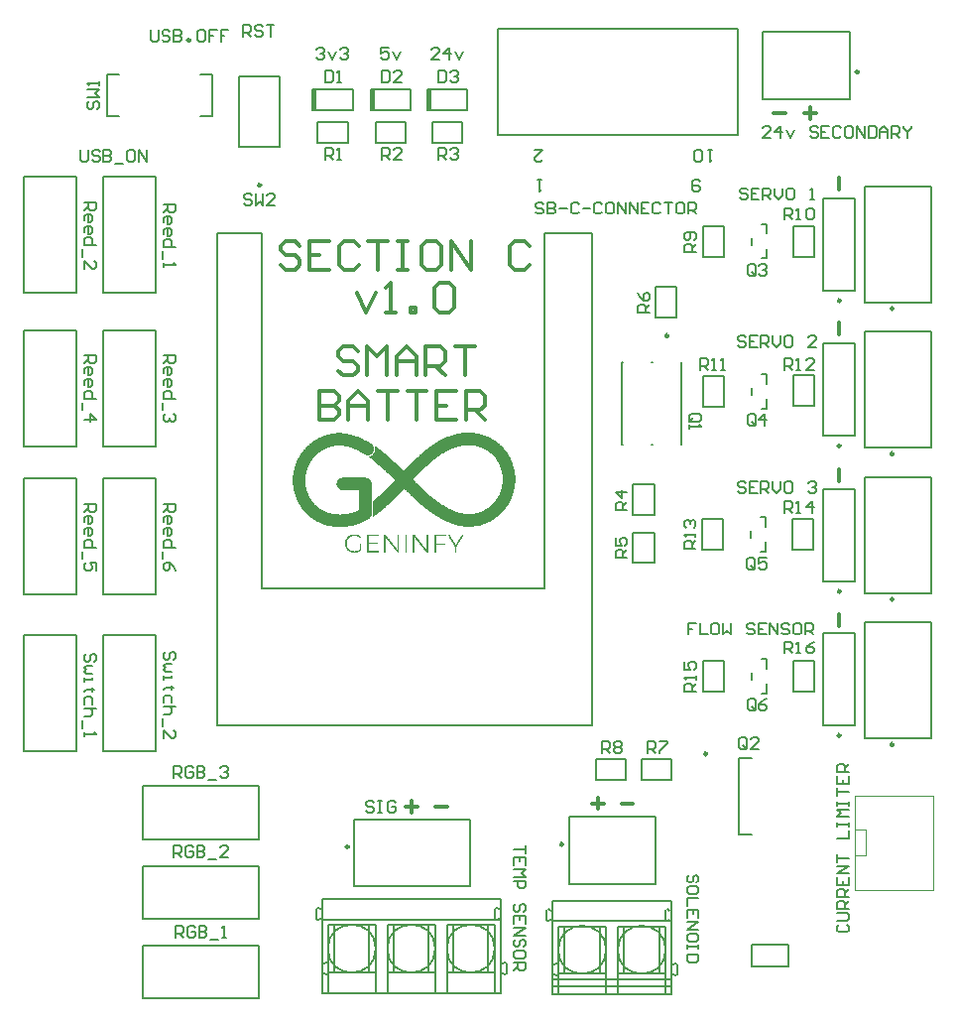
<source format=gto>
G04*
G04 #@! TF.GenerationSoftware,Altium Limited,Altium Designer,20.1.8 (145)*
G04*
G04 Layer_Color=65535*
%FSLAX25Y25*%
%MOIN*%
G70*
G04*
G04 #@! TF.SameCoordinates,486A09B6-12F7-45F8-8DA0-EDAC55BB016E*
G04*
G04*
G04 #@! TF.FilePolarity,Positive*
G04*
G01*
G75*
%ADD10C,0.00984*%
%ADD11C,0.00787*%
%ADD12C,0.00394*%
%ADD13C,0.01181*%
%ADD14C,0.00600*%
%ADD15R,0.01181X0.07480*%
G36*
X109683Y191593D02*
X110713D01*
Y191490D01*
X111332D01*
Y191387D01*
X111847D01*
Y191284D01*
X112362D01*
Y191181D01*
X112775D01*
Y191078D01*
X113084D01*
Y190975D01*
X113496D01*
Y190872D01*
X113805D01*
Y190769D01*
X114114D01*
Y190666D01*
X114424D01*
Y190562D01*
X114733D01*
Y190460D01*
X114939D01*
Y190356D01*
X115248D01*
Y190253D01*
X115454D01*
Y190150D01*
X115764D01*
Y190047D01*
X115970D01*
Y189944D01*
X116176D01*
Y189841D01*
X116382D01*
Y189738D01*
X116588D01*
Y189635D01*
X116794D01*
Y189532D01*
X117000D01*
Y189429D01*
X117207D01*
Y189326D01*
X117413D01*
Y189223D01*
X117619D01*
Y189120D01*
X117825D01*
Y189016D01*
X118031D01*
Y188913D01*
X118237D01*
Y188810D01*
X118443D01*
Y188707D01*
X118546D01*
Y188604D01*
X118753D01*
Y188501D01*
X118959D01*
Y188398D01*
X119062D01*
Y188295D01*
X119268D01*
Y188192D01*
X119474D01*
Y188089D01*
X119577D01*
Y187986D01*
X119680D01*
Y187883D01*
X119783D01*
Y187780D01*
X119886D01*
Y187677D01*
X119990D01*
Y187574D01*
X120092D01*
Y187470D01*
X120196D01*
Y187367D01*
Y187264D01*
X120299D01*
Y187161D01*
Y187058D01*
Y186955D01*
X120402D01*
Y186852D01*
Y186749D01*
Y186646D01*
Y186543D01*
X120505D01*
Y186440D01*
Y186337D01*
Y186234D01*
Y186131D01*
Y186028D01*
X120402D01*
Y185924D01*
Y185821D01*
Y185718D01*
Y185615D01*
X120299D01*
Y185512D01*
Y185409D01*
X120196D01*
Y185306D01*
Y185203D01*
X120092D01*
Y185100D01*
X119990D01*
Y184997D01*
Y184894D01*
X119886D01*
Y184791D01*
X119783D01*
Y184688D01*
X119577D01*
Y184584D01*
X119474D01*
Y184482D01*
X119268D01*
Y184378D01*
X118959D01*
Y184275D01*
X118443D01*
Y184172D01*
X118340D01*
Y184275D01*
X117722D01*
Y184378D01*
X117516D01*
Y184482D01*
X117310D01*
Y184584D01*
X117104D01*
Y184688D01*
X116897D01*
Y184791D01*
X116794D01*
Y184894D01*
X116588D01*
Y184997D01*
X116382D01*
Y185100D01*
X116279D01*
Y185203D01*
X116073D01*
Y185306D01*
X115867D01*
Y185409D01*
X115661D01*
Y185512D01*
X115454D01*
Y185615D01*
X115248D01*
Y185718D01*
X115042D01*
Y185821D01*
X114836D01*
Y185924D01*
X114630D01*
Y186028D01*
X114424D01*
Y186131D01*
X114218D01*
Y186234D01*
X114011D01*
Y186337D01*
X113702D01*
Y186440D01*
X113496D01*
Y186543D01*
X113187D01*
Y186646D01*
X112878D01*
Y186749D01*
X112568D01*
Y186852D01*
X112259D01*
Y186955D01*
X111950D01*
Y187058D01*
X111538D01*
Y187161D01*
X111022D01*
Y187264D01*
X110404D01*
Y187367D01*
X109579D01*
Y187470D01*
X107827D01*
Y187367D01*
X106900D01*
Y187264D01*
X106384D01*
Y187161D01*
X105972D01*
Y187058D01*
X105560D01*
Y186955D01*
X105251D01*
Y186852D01*
X105044D01*
Y186749D01*
X104735D01*
Y186646D01*
X104529D01*
Y186543D01*
X104220D01*
Y186440D01*
X104014D01*
Y186337D01*
X103808D01*
Y186234D01*
X103601D01*
Y186131D01*
X103498D01*
Y186028D01*
X103292D01*
Y185924D01*
X103086D01*
Y185821D01*
X102880D01*
Y185718D01*
X102777D01*
Y185615D01*
X102571D01*
Y185512D01*
X102468D01*
Y185409D01*
X102261D01*
Y185306D01*
X102158D01*
Y185203D01*
X102055D01*
Y185100D01*
X101849D01*
Y184997D01*
X101746D01*
Y184894D01*
X101643D01*
Y184791D01*
X101540D01*
Y184688D01*
X101334D01*
Y184584D01*
X101231D01*
Y184482D01*
X101128D01*
Y184378D01*
X101025D01*
Y184275D01*
X100922D01*
Y184172D01*
X100819D01*
Y184069D01*
X100715D01*
Y183966D01*
X100612D01*
Y183863D01*
X100509D01*
Y183760D01*
X100406D01*
Y183657D01*
X100303D01*
Y183554D01*
X100200D01*
Y183451D01*
Y183348D01*
X100097D01*
Y183245D01*
X99994D01*
Y183142D01*
X99891D01*
Y183038D01*
X99788D01*
Y182935D01*
Y182832D01*
X99685D01*
Y182729D01*
X99582D01*
Y182626D01*
X99479D01*
Y182523D01*
Y182420D01*
X99376D01*
Y182317D01*
X99273D01*
Y182214D01*
Y182111D01*
X99169D01*
Y182008D01*
X99066D01*
Y181905D01*
Y181802D01*
X98963D01*
Y181699D01*
Y181596D01*
X98860D01*
Y181492D01*
X98757D01*
Y181389D01*
Y181286D01*
X98654D01*
Y181183D01*
Y181080D01*
X98551D01*
Y180977D01*
Y180874D01*
X98448D01*
Y180771D01*
Y180668D01*
X98345D01*
Y180565D01*
Y180462D01*
Y180359D01*
X98242D01*
Y180256D01*
Y180152D01*
X98139D01*
Y180050D01*
Y179946D01*
Y179843D01*
X98036D01*
Y179740D01*
Y179637D01*
X97933D01*
Y179534D01*
Y179431D01*
Y179328D01*
X97830D01*
Y179225D01*
Y179122D01*
Y179019D01*
Y178916D01*
X97727D01*
Y178813D01*
Y178710D01*
Y178606D01*
Y178503D01*
X97623D01*
Y178400D01*
Y178297D01*
Y178194D01*
Y178091D01*
Y177988D01*
X97520D01*
Y177885D01*
Y177782D01*
Y177679D01*
Y177576D01*
Y177473D01*
Y177370D01*
X97417D01*
Y177267D01*
Y177164D01*
Y177060D01*
Y176957D01*
Y176854D01*
Y176751D01*
Y176648D01*
Y176545D01*
Y176442D01*
Y176339D01*
Y176236D01*
Y176133D01*
Y176030D01*
Y175927D01*
X97314D01*
Y175824D01*
Y175721D01*
Y175618D01*
X97417D01*
Y175514D01*
Y175411D01*
Y175308D01*
Y175205D01*
Y175102D01*
Y174999D01*
Y174896D01*
Y174793D01*
Y174690D01*
Y174587D01*
Y174484D01*
Y174381D01*
Y174278D01*
Y174174D01*
X97520D01*
Y174072D01*
Y173968D01*
Y173865D01*
Y173762D01*
Y173659D01*
Y173556D01*
Y173453D01*
X97623D01*
Y173350D01*
Y173247D01*
Y173144D01*
Y173041D01*
X97727D01*
Y172938D01*
Y172835D01*
Y172732D01*
Y172628D01*
X97830D01*
Y172525D01*
Y172422D01*
Y172319D01*
Y172216D01*
X97933D01*
Y172113D01*
Y172010D01*
Y171907D01*
X98036D01*
Y171804D01*
Y171701D01*
Y171598D01*
X98139D01*
Y171495D01*
Y171392D01*
X98242D01*
Y171289D01*
Y171186D01*
X98345D01*
Y171082D01*
Y170979D01*
Y170876D01*
X98448D01*
Y170773D01*
Y170670D01*
X98551D01*
Y170567D01*
Y170464D01*
X98654D01*
Y170361D01*
Y170258D01*
X98757D01*
Y170155D01*
Y170052D01*
X98860D01*
Y169949D01*
X98963D01*
Y169846D01*
Y169743D01*
X99066D01*
Y169640D01*
Y169536D01*
X99169D01*
Y169433D01*
X99273D01*
Y169330D01*
Y169227D01*
X99376D01*
Y169124D01*
X99479D01*
Y169021D01*
Y168918D01*
X99582D01*
Y168815D01*
X99685D01*
Y168712D01*
X99788D01*
Y168609D01*
Y168506D01*
X99891D01*
Y168403D01*
X99994D01*
Y168300D01*
X100097D01*
Y168196D01*
X100200D01*
Y168093D01*
X100303D01*
Y167990D01*
Y167887D01*
X100406D01*
Y167784D01*
X100509D01*
Y167681D01*
X100612D01*
Y167578D01*
X100715D01*
Y167475D01*
X100819D01*
Y167372D01*
X100922D01*
Y167269D01*
X101128D01*
Y167166D01*
X101231D01*
Y167063D01*
X101334D01*
Y166960D01*
X101437D01*
Y166857D01*
X101540D01*
Y166753D01*
X101643D01*
Y166650D01*
X101849D01*
Y166547D01*
X101952D01*
Y166444D01*
X102055D01*
Y166341D01*
X102261D01*
Y166238D01*
X102365D01*
Y166135D01*
X102571D01*
Y166032D01*
X102674D01*
Y165929D01*
X102880D01*
Y165826D01*
X103086D01*
Y165723D01*
X103292D01*
Y165620D01*
X103498D01*
Y165517D01*
X103705D01*
Y165414D01*
X103911D01*
Y165311D01*
X104117D01*
Y165208D01*
X104323D01*
Y165104D01*
X104632D01*
Y165001D01*
X104941D01*
Y164898D01*
X105251D01*
Y164795D01*
X105560D01*
Y164692D01*
X105972D01*
Y164589D01*
X106487D01*
Y164486D01*
X107209D01*
Y164383D01*
X108549D01*
Y164280D01*
X109373D01*
Y164383D01*
X110713D01*
Y164486D01*
X111435D01*
Y164589D01*
X111950D01*
Y164692D01*
X112362D01*
Y164795D01*
X112775D01*
Y164898D01*
X113187D01*
Y165001D01*
X113496D01*
Y165104D01*
X113805D01*
Y165208D01*
X114011D01*
Y165311D01*
X114321D01*
Y165414D01*
X114527D01*
Y165517D01*
X114836D01*
Y165620D01*
X115042D01*
Y165723D01*
X115248D01*
Y165826D01*
X115454D01*
Y165929D01*
Y166032D01*
Y166135D01*
Y166238D01*
Y166341D01*
Y166444D01*
Y166547D01*
Y166650D01*
Y166753D01*
Y166857D01*
Y166960D01*
Y167063D01*
Y167166D01*
Y167269D01*
Y167372D01*
Y167475D01*
Y167578D01*
Y167681D01*
Y167784D01*
Y167887D01*
Y167990D01*
Y168093D01*
Y168196D01*
Y168300D01*
Y168403D01*
Y168506D01*
Y168609D01*
Y168712D01*
Y168815D01*
Y168918D01*
Y169021D01*
Y169124D01*
Y169227D01*
Y169330D01*
Y169433D01*
Y169536D01*
Y169640D01*
Y169743D01*
Y169846D01*
Y169949D01*
Y170052D01*
Y170155D01*
Y170258D01*
Y170361D01*
Y170464D01*
Y170567D01*
Y170670D01*
Y170773D01*
Y170876D01*
Y170979D01*
Y171082D01*
Y171186D01*
Y171289D01*
Y171392D01*
Y171495D01*
Y171598D01*
Y171701D01*
Y171804D01*
Y171907D01*
Y172010D01*
Y172113D01*
Y172216D01*
Y172319D01*
Y172422D01*
X115351D01*
Y172525D01*
X109373D01*
Y172628D01*
X109167D01*
Y172732D01*
X108961D01*
Y172835D01*
X108755D01*
Y172938D01*
X108652D01*
Y173041D01*
X108549D01*
Y173144D01*
X108446D01*
Y173247D01*
X108343D01*
Y173350D01*
X108239D01*
Y173453D01*
X108136D01*
Y173556D01*
Y173659D01*
X108033D01*
Y173762D01*
Y173865D01*
X107930D01*
Y173968D01*
Y174072D01*
Y174174D01*
Y174278D01*
X107827D01*
Y174381D01*
Y174484D01*
Y174587D01*
Y174690D01*
Y174793D01*
Y174896D01*
X107930D01*
Y174999D01*
Y175102D01*
Y175205D01*
Y175308D01*
X108033D01*
Y175411D01*
Y175514D01*
X108136D01*
Y175618D01*
Y175721D01*
X108239D01*
Y175824D01*
Y175927D01*
X108343D01*
Y176030D01*
X108446D01*
Y176133D01*
X108549D01*
Y176236D01*
X108755D01*
Y176339D01*
X108858D01*
Y176442D01*
X109064D01*
Y176545D01*
X109270D01*
Y176648D01*
X109786D01*
Y176751D01*
X117722D01*
Y176648D01*
X118134D01*
Y176545D01*
X118443D01*
Y176442D01*
X118649D01*
Y176339D01*
X118753D01*
Y176236D01*
X118856D01*
Y176133D01*
X119062D01*
Y176030D01*
Y175927D01*
X119165D01*
Y175824D01*
X119268D01*
Y175721D01*
X119371D01*
Y175618D01*
Y175514D01*
X119474D01*
Y175411D01*
Y175308D01*
Y175205D01*
X119577D01*
Y175102D01*
Y174999D01*
Y174896D01*
Y174793D01*
Y174690D01*
X119680D01*
Y174587D01*
Y174484D01*
Y174381D01*
Y174278D01*
Y174174D01*
Y174072D01*
Y173968D01*
Y173865D01*
Y173762D01*
Y173659D01*
Y173556D01*
Y173453D01*
Y173350D01*
Y173247D01*
Y173144D01*
Y173041D01*
Y172938D01*
Y172835D01*
Y172732D01*
Y172628D01*
Y172525D01*
Y172422D01*
Y172319D01*
Y172216D01*
Y172113D01*
Y172010D01*
Y171907D01*
Y171804D01*
Y171701D01*
Y171598D01*
Y171495D01*
Y171392D01*
Y171289D01*
Y171186D01*
Y171082D01*
Y170979D01*
Y170876D01*
Y170773D01*
Y170670D01*
Y170567D01*
Y170464D01*
Y170361D01*
Y170258D01*
Y170155D01*
Y170052D01*
Y169949D01*
Y169846D01*
Y169743D01*
Y169640D01*
Y169536D01*
Y169433D01*
Y169330D01*
Y169227D01*
Y169124D01*
Y169021D01*
Y168918D01*
Y168815D01*
Y168712D01*
Y168609D01*
Y168506D01*
Y168403D01*
Y168300D01*
Y168196D01*
Y168093D01*
Y167990D01*
Y167887D01*
Y167784D01*
Y167681D01*
Y167578D01*
Y167475D01*
Y167372D01*
Y167269D01*
Y167166D01*
Y167063D01*
Y166960D01*
Y166857D01*
Y166753D01*
Y166650D01*
Y166547D01*
Y166444D01*
Y166341D01*
Y166238D01*
Y166135D01*
Y166032D01*
Y165929D01*
Y165826D01*
Y165723D01*
Y165620D01*
Y165517D01*
Y165414D01*
Y165311D01*
Y165208D01*
Y165104D01*
Y165001D01*
Y164898D01*
Y164795D01*
Y164692D01*
Y164589D01*
Y164486D01*
X119577D01*
Y164383D01*
Y164280D01*
Y164177D01*
Y164074D01*
Y163971D01*
X119474D01*
Y163868D01*
Y163765D01*
Y163662D01*
X119371D01*
Y163558D01*
Y163455D01*
X119268D01*
Y163352D01*
X119165D01*
Y163249D01*
Y163146D01*
X119062D01*
Y163043D01*
X118959D01*
Y162940D01*
X118753D01*
Y162837D01*
X118649D01*
Y162734D01*
X118443D01*
Y162631D01*
X118237D01*
Y162528D01*
X118031D01*
Y162425D01*
X117825D01*
Y162322D01*
X117619D01*
Y162218D01*
X117413D01*
Y162115D01*
X117207D01*
Y162012D01*
X117000D01*
Y161909D01*
X116794D01*
Y161806D01*
X116588D01*
Y161703D01*
X116279D01*
Y161600D01*
X116073D01*
Y161497D01*
X115764D01*
Y161394D01*
X115558D01*
Y161291D01*
X115248D01*
Y161188D01*
X114939D01*
Y161085D01*
X114630D01*
Y160982D01*
X114321D01*
Y160879D01*
X114011D01*
Y160775D01*
X113599D01*
Y160672D01*
X113187D01*
Y160569D01*
X112775D01*
Y160466D01*
X112259D01*
Y160363D01*
X111641D01*
Y160260D01*
X110816D01*
Y160157D01*
X107106D01*
Y160260D01*
X106281D01*
Y160363D01*
X105663D01*
Y160466D01*
X105251D01*
Y160569D01*
X104735D01*
Y160672D01*
X104426D01*
Y160775D01*
X104014D01*
Y160879D01*
X103705D01*
Y160982D01*
X103395D01*
Y161085D01*
X103086D01*
Y161188D01*
X102880D01*
Y161291D01*
X102571D01*
Y161394D01*
X102365D01*
Y161497D01*
X102158D01*
Y161600D01*
X101952D01*
Y161703D01*
X101643D01*
Y161806D01*
X101437D01*
Y161909D01*
X101334D01*
Y162012D01*
X101128D01*
Y162115D01*
X100922D01*
Y162218D01*
X100715D01*
Y162322D01*
X100612D01*
Y162425D01*
X100406D01*
Y162528D01*
X100200D01*
Y162631D01*
X100097D01*
Y162734D01*
X99891D01*
Y162837D01*
X99788D01*
Y162940D01*
X99582D01*
Y163043D01*
X99479D01*
Y163146D01*
X99376D01*
Y163249D01*
X99169D01*
Y163352D01*
X99066D01*
Y163455D01*
X98963D01*
Y163558D01*
X98860D01*
Y163662D01*
X98654D01*
Y163765D01*
X98551D01*
Y163868D01*
X98448D01*
Y163971D01*
X98345D01*
Y164074D01*
X98242D01*
Y164177D01*
X98139D01*
Y164280D01*
X98036D01*
Y164383D01*
X97933D01*
Y164486D01*
X97830D01*
Y164589D01*
X97727D01*
Y164692D01*
X97623D01*
Y164795D01*
X97520D01*
Y164898D01*
X97417D01*
Y165001D01*
X97314D01*
Y165104D01*
X97211D01*
Y165208D01*
X97108D01*
Y165311D01*
X97005D01*
Y165414D01*
X96902D01*
Y165517D01*
Y165620D01*
X96799D01*
Y165723D01*
X96696D01*
Y165826D01*
X96593D01*
Y165929D01*
X96490D01*
Y166032D01*
X96387D01*
Y166135D01*
Y166238D01*
X96284D01*
Y166341D01*
X96180D01*
Y166444D01*
Y166547D01*
X96077D01*
Y166650D01*
X95974D01*
Y166753D01*
X95871D01*
Y166857D01*
Y166960D01*
X95768D01*
Y167063D01*
X95665D01*
Y167166D01*
Y167269D01*
X95562D01*
Y167372D01*
Y167475D01*
X95459D01*
Y167578D01*
X95356D01*
Y167681D01*
Y167784D01*
X95253D01*
Y167887D01*
Y167990D01*
X95150D01*
Y168093D01*
X95047D01*
Y168196D01*
Y168300D01*
X94944D01*
Y168403D01*
Y168506D01*
X94841D01*
Y168609D01*
Y168712D01*
X94737D01*
Y168815D01*
Y168918D01*
X94634D01*
Y169021D01*
Y169124D01*
X94531D01*
Y169227D01*
Y169330D01*
Y169433D01*
X94428D01*
Y169536D01*
Y169640D01*
X94325D01*
Y169743D01*
Y169846D01*
X94222D01*
Y169949D01*
Y170052D01*
Y170155D01*
X94119D01*
Y170258D01*
Y170361D01*
Y170464D01*
X94016D01*
Y170567D01*
Y170670D01*
Y170773D01*
X93913D01*
Y170876D01*
Y170979D01*
Y171082D01*
X93810D01*
Y171186D01*
Y171289D01*
Y171392D01*
X93707D01*
Y171495D01*
Y171598D01*
Y171701D01*
Y171804D01*
X93604D01*
Y171907D01*
Y172010D01*
Y172113D01*
Y172216D01*
X93501D01*
Y172319D01*
Y172422D01*
Y172525D01*
Y172628D01*
Y172732D01*
X93398D01*
Y172835D01*
Y172938D01*
Y173041D01*
Y173144D01*
Y173247D01*
Y173350D01*
X93295D01*
Y173453D01*
Y173556D01*
Y173659D01*
Y173762D01*
Y173865D01*
Y173968D01*
Y174072D01*
X93191D01*
Y174174D01*
Y174278D01*
Y174381D01*
Y174484D01*
Y174587D01*
Y174690D01*
Y174793D01*
Y174896D01*
Y174999D01*
Y175102D01*
Y175205D01*
Y175308D01*
Y175411D01*
Y175514D01*
Y175618D01*
Y175721D01*
Y175824D01*
Y175927D01*
Y176030D01*
Y176133D01*
Y176236D01*
Y176339D01*
Y176442D01*
Y176545D01*
Y176648D01*
Y176751D01*
Y176854D01*
Y176957D01*
Y177060D01*
Y177164D01*
Y177267D01*
Y177370D01*
X93295D01*
Y177473D01*
Y177576D01*
Y177679D01*
Y177782D01*
Y177885D01*
Y177988D01*
Y178091D01*
Y178194D01*
X93398D01*
Y178297D01*
Y178400D01*
Y178503D01*
Y178606D01*
Y178710D01*
Y178813D01*
X93501D01*
Y178916D01*
Y179019D01*
Y179122D01*
Y179225D01*
Y179328D01*
X93604D01*
Y179431D01*
Y179534D01*
Y179637D01*
Y179740D01*
X93707D01*
Y179843D01*
Y179946D01*
Y180050D01*
Y180152D01*
X93810D01*
Y180256D01*
Y180359D01*
Y180462D01*
X93913D01*
Y180565D01*
Y180668D01*
Y180771D01*
X94016D01*
Y180874D01*
Y180977D01*
Y181080D01*
X94119D01*
Y181183D01*
Y181286D01*
Y181389D01*
X94222D01*
Y181492D01*
Y181596D01*
Y181699D01*
X94325D01*
Y181802D01*
Y181905D01*
X94428D01*
Y182008D01*
Y182111D01*
X94531D01*
Y182214D01*
Y182317D01*
Y182420D01*
X94634D01*
Y182523D01*
Y182626D01*
X94737D01*
Y182729D01*
Y182832D01*
X94841D01*
Y182935D01*
Y183038D01*
X94944D01*
Y183142D01*
Y183245D01*
X95047D01*
Y183348D01*
Y183451D01*
X95150D01*
Y183554D01*
X95253D01*
Y183657D01*
Y183760D01*
X95356D01*
Y183863D01*
Y183966D01*
X95459D01*
Y184069D01*
Y184172D01*
X95562D01*
Y184275D01*
X95665D01*
Y184378D01*
Y184482D01*
X95768D01*
Y184584D01*
X95871D01*
Y184688D01*
Y184791D01*
X95974D01*
Y184894D01*
X96077D01*
Y184997D01*
Y185100D01*
X96180D01*
Y185203D01*
X96284D01*
Y185306D01*
X96387D01*
Y185409D01*
Y185512D01*
X96490D01*
Y185615D01*
X96593D01*
Y185718D01*
X96696D01*
Y185821D01*
X96799D01*
Y185924D01*
Y186028D01*
X96902D01*
Y186131D01*
X97005D01*
Y186234D01*
X97108D01*
Y186337D01*
X97211D01*
Y186440D01*
X97314D01*
Y186543D01*
X97417D01*
Y186646D01*
X97520D01*
Y186749D01*
X97623D01*
Y186852D01*
X97727D01*
Y186955D01*
X97830D01*
Y187058D01*
X97933D01*
Y187161D01*
X98036D01*
Y187264D01*
X98139D01*
Y187367D01*
X98242D01*
Y187470D01*
X98345D01*
Y187574D01*
X98448D01*
Y187677D01*
X98551D01*
Y187780D01*
X98654D01*
Y187883D01*
X98757D01*
Y187986D01*
X98860D01*
Y188089D01*
X99066D01*
Y188192D01*
X99169D01*
Y188295D01*
X99273D01*
Y188398D01*
X99376D01*
Y188501D01*
X99582D01*
Y188604D01*
X99685D01*
Y188707D01*
X99891D01*
Y188810D01*
X99994D01*
Y188913D01*
X100097D01*
Y189016D01*
X100303D01*
Y189120D01*
X100406D01*
Y189223D01*
X100612D01*
Y189326D01*
X100819D01*
Y189429D01*
X100922D01*
Y189532D01*
X101128D01*
Y189635D01*
X101334D01*
Y189738D01*
X101437D01*
Y189841D01*
X101643D01*
Y189944D01*
X101849D01*
Y190047D01*
X102055D01*
Y190150D01*
X102261D01*
Y190253D01*
X102571D01*
Y190356D01*
X102777D01*
Y190460D01*
X102983D01*
Y190562D01*
X103292D01*
Y190666D01*
X103498D01*
Y190769D01*
X103808D01*
Y190872D01*
X104117D01*
Y190975D01*
X104426D01*
Y191078D01*
X104735D01*
Y191181D01*
X105148D01*
Y191284D01*
X105560D01*
Y191387D01*
X106075D01*
Y191490D01*
X106797D01*
Y191593D01*
X107724D01*
Y191696D01*
X109683D01*
Y191593D01*
D02*
G37*
G36*
X153384Y191696D02*
X154415D01*
Y191593D01*
X155033D01*
Y191490D01*
X155651D01*
Y191387D01*
X156064D01*
Y191284D01*
X156476D01*
Y191181D01*
X156888D01*
Y191078D01*
X157197D01*
Y190975D01*
X157507D01*
Y190872D01*
X157816D01*
Y190769D01*
X158022D01*
Y190666D01*
X158331D01*
Y190562D01*
X158537D01*
Y190460D01*
X158847D01*
Y190356D01*
X159053D01*
Y190253D01*
X159259D01*
Y190150D01*
X159465D01*
Y190047D01*
X159671D01*
Y189944D01*
X159877D01*
Y189841D01*
X160083D01*
Y189738D01*
X160186D01*
Y189635D01*
X160393D01*
Y189532D01*
X160599D01*
Y189429D01*
X160702D01*
Y189326D01*
X160908D01*
Y189223D01*
X161011D01*
Y189120D01*
X161217D01*
Y189016D01*
X161320D01*
Y188913D01*
X161526D01*
Y188810D01*
X161629D01*
Y188707D01*
X161732D01*
Y188604D01*
X161939D01*
Y188501D01*
X162042D01*
Y188398D01*
X162145D01*
Y188295D01*
X162248D01*
Y188192D01*
X162454D01*
Y188089D01*
X162557D01*
Y187986D01*
X162660D01*
Y187883D01*
X162763D01*
Y187780D01*
X162866D01*
Y187677D01*
X162969D01*
Y187574D01*
X163072D01*
Y187470D01*
X163175D01*
Y187367D01*
X163278D01*
Y187264D01*
X163382D01*
Y187161D01*
X163485D01*
Y187058D01*
X163588D01*
Y186955D01*
X163691D01*
Y186852D01*
X163794D01*
Y186749D01*
X163897D01*
Y186646D01*
X164000D01*
Y186543D01*
X164103D01*
Y186440D01*
X164206D01*
Y186337D01*
Y186234D01*
X164309D01*
Y186131D01*
X164412D01*
Y186028D01*
X164515D01*
Y185924D01*
X164618D01*
Y185821D01*
Y185718D01*
X164722D01*
Y185615D01*
X164825D01*
Y185512D01*
X164928D01*
Y185409D01*
Y185306D01*
X165031D01*
Y185203D01*
X165134D01*
Y185100D01*
X165237D01*
Y184997D01*
Y184894D01*
X165340D01*
Y184791D01*
Y184688D01*
X165443D01*
Y184584D01*
X165546D01*
Y184482D01*
Y184378D01*
X165649D01*
Y184275D01*
X165752D01*
Y184172D01*
Y184069D01*
X165855D01*
Y183966D01*
Y183863D01*
X165958D01*
Y183760D01*
Y183657D01*
X166061D01*
Y183554D01*
Y183451D01*
X166165D01*
Y183348D01*
X166268D01*
Y183245D01*
Y183142D01*
Y183038D01*
X166371D01*
Y182935D01*
Y182832D01*
X166474D01*
Y182729D01*
Y182626D01*
X166577D01*
Y182523D01*
Y182420D01*
X166680D01*
Y182317D01*
Y182214D01*
Y182111D01*
X166783D01*
Y182008D01*
Y181905D01*
X166886D01*
Y181802D01*
Y181699D01*
Y181596D01*
X166989D01*
Y181492D01*
Y181389D01*
Y181286D01*
X167092D01*
Y181183D01*
Y181080D01*
Y180977D01*
X167195D01*
Y180874D01*
Y180771D01*
Y180668D01*
X167298D01*
Y180565D01*
Y180462D01*
Y180359D01*
X167401D01*
Y180256D01*
Y180152D01*
Y180050D01*
Y179946D01*
X167504D01*
Y179843D01*
Y179740D01*
Y179637D01*
Y179534D01*
Y179431D01*
X167607D01*
Y179328D01*
Y179225D01*
Y179122D01*
Y179019D01*
Y178916D01*
X167710D01*
Y178813D01*
Y178710D01*
Y178606D01*
Y178503D01*
Y178400D01*
Y178297D01*
X167814D01*
Y178194D01*
Y178091D01*
Y177988D01*
Y177885D01*
Y177782D01*
Y177679D01*
Y177576D01*
Y177473D01*
Y177370D01*
X167917D01*
Y177267D01*
Y177164D01*
Y177060D01*
Y176957D01*
Y176854D01*
Y176751D01*
Y176648D01*
Y176545D01*
Y176442D01*
Y176339D01*
Y176236D01*
Y176133D01*
Y176030D01*
Y175927D01*
Y175824D01*
Y175721D01*
Y175618D01*
Y175514D01*
Y175411D01*
Y175308D01*
Y175205D01*
Y175102D01*
Y174999D01*
Y174896D01*
X167814D01*
Y174793D01*
Y174690D01*
Y174587D01*
Y174484D01*
Y174381D01*
Y174278D01*
Y174174D01*
Y174072D01*
Y173968D01*
X167710D01*
Y173865D01*
Y173762D01*
Y173659D01*
Y173556D01*
Y173453D01*
Y173350D01*
X167607D01*
Y173247D01*
Y173144D01*
Y173041D01*
Y172938D01*
Y172835D01*
Y172732D01*
X167504D01*
Y172628D01*
Y172525D01*
Y172422D01*
Y172319D01*
X167401D01*
Y172216D01*
Y172113D01*
Y172010D01*
Y171907D01*
X167298D01*
Y171804D01*
Y171701D01*
Y171598D01*
X167195D01*
Y171495D01*
Y171392D01*
Y171289D01*
Y171186D01*
X167092D01*
Y171082D01*
Y170979D01*
Y170876D01*
X166989D01*
Y170773D01*
Y170670D01*
X166886D01*
Y170567D01*
Y170464D01*
Y170361D01*
X166783D01*
Y170258D01*
Y170155D01*
Y170052D01*
X166680D01*
Y169949D01*
Y169846D01*
X166577D01*
Y169743D01*
Y169640D01*
Y169536D01*
X166474D01*
Y169433D01*
Y169330D01*
X166371D01*
Y169227D01*
Y169124D01*
X166268D01*
Y169021D01*
Y168918D01*
X166165D01*
Y168815D01*
Y168712D01*
X166061D01*
Y168609D01*
Y168506D01*
X165958D01*
Y168403D01*
Y168300D01*
X165855D01*
Y168196D01*
X165752D01*
Y168093D01*
Y167990D01*
X165649D01*
Y167887D01*
Y167784D01*
X165546D01*
Y167681D01*
X165443D01*
Y167578D01*
Y167475D01*
X165340D01*
Y167372D01*
X165237D01*
Y167269D01*
Y167166D01*
X165134D01*
Y167063D01*
X165031D01*
Y166960D01*
Y166857D01*
X164928D01*
Y166753D01*
X164825D01*
Y166650D01*
Y166547D01*
X164722D01*
Y166444D01*
X164618D01*
Y166341D01*
X164515D01*
Y166238D01*
X164412D01*
Y166135D01*
Y166032D01*
X164309D01*
Y165929D01*
X164206D01*
Y165826D01*
X164103D01*
Y165723D01*
X164000D01*
Y165620D01*
X163897D01*
Y165517D01*
Y165414D01*
X163794D01*
Y165311D01*
X163691D01*
Y165208D01*
X163588D01*
Y165104D01*
X163485D01*
Y165001D01*
X163382D01*
Y164898D01*
X163278D01*
Y164795D01*
X163175D01*
Y164692D01*
X163072D01*
Y164589D01*
X162969D01*
Y164486D01*
X162866D01*
Y164383D01*
X162763D01*
Y164280D01*
X162660D01*
Y164177D01*
X162454D01*
Y164074D01*
X162351D01*
Y163971D01*
X162248D01*
Y163868D01*
X162145D01*
Y163765D01*
X162042D01*
Y163662D01*
X161836D01*
Y163558D01*
X161732D01*
Y163455D01*
X161629D01*
Y163352D01*
X161526D01*
Y163249D01*
X161320D01*
Y163146D01*
X161217D01*
Y163043D01*
X161011D01*
Y162940D01*
X160908D01*
Y162837D01*
X160702D01*
Y162734D01*
X160599D01*
Y162631D01*
X160393D01*
Y162528D01*
X160290D01*
Y162425D01*
X160083D01*
Y162322D01*
X159877D01*
Y162218D01*
X159774D01*
Y162115D01*
X159568D01*
Y162012D01*
X159362D01*
Y161909D01*
X159156D01*
Y161806D01*
X158950D01*
Y161703D01*
X158744D01*
Y161600D01*
X158537D01*
Y161497D01*
X158228D01*
Y161394D01*
X158022D01*
Y161291D01*
X157816D01*
Y161188D01*
X157507D01*
Y161085D01*
X157197D01*
Y160982D01*
X156888D01*
Y160879D01*
X156579D01*
Y160775D01*
X156270D01*
Y160672D01*
X155858D01*
Y160569D01*
X155342D01*
Y160466D01*
X154827D01*
Y160363D01*
X154105D01*
Y160260D01*
X152868D01*
Y160157D01*
X151838D01*
Y160260D01*
X150498D01*
Y160363D01*
X149776D01*
Y160466D01*
X149261D01*
Y160569D01*
X148746D01*
Y160672D01*
X148334D01*
Y160775D01*
X147921D01*
Y160879D01*
X147612D01*
Y160982D01*
X147303D01*
Y161085D01*
X146994D01*
Y161188D01*
X146684D01*
Y161291D01*
X146375D01*
Y161394D01*
X146066D01*
Y161497D01*
X145860D01*
Y161600D01*
X145551D01*
Y161703D01*
X145344D01*
Y161806D01*
X145138D01*
Y161909D01*
X144829D01*
Y162012D01*
X144623D01*
Y162115D01*
X144417D01*
Y162218D01*
X144211D01*
Y162322D01*
X144005D01*
Y162425D01*
X143798D01*
Y162528D01*
X143592D01*
Y162631D01*
X143386D01*
Y162734D01*
X143180D01*
Y162837D01*
X142974D01*
Y162940D01*
X142871D01*
Y163043D01*
X142665D01*
Y163146D01*
X142458D01*
Y163249D01*
X142252D01*
Y163352D01*
X142149D01*
Y163455D01*
X141943D01*
Y163558D01*
X141737D01*
Y163662D01*
X141634D01*
Y163765D01*
X141428D01*
Y163868D01*
X141325D01*
Y163971D01*
X141119D01*
Y164074D01*
X141016D01*
Y164177D01*
X140809D01*
Y164280D01*
X140706D01*
Y164383D01*
X140500D01*
Y164486D01*
X140397D01*
Y164589D01*
X140191D01*
Y164692D01*
X140088D01*
Y164795D01*
X139882D01*
Y164898D01*
X139779D01*
Y165001D01*
X139573D01*
Y165104D01*
X139470D01*
Y165208D01*
X139366D01*
Y165311D01*
X139160D01*
Y165414D01*
X139057D01*
Y165517D01*
X138851D01*
Y165620D01*
X138748D01*
Y165723D01*
X138645D01*
Y165826D01*
X138439D01*
Y165929D01*
X138336D01*
Y166032D01*
X138233D01*
Y166135D01*
X138130D01*
Y166238D01*
X137924D01*
Y166341D01*
X137820D01*
Y166444D01*
X137717D01*
Y166547D01*
X137511D01*
Y166650D01*
X137408D01*
Y166753D01*
X137305D01*
Y166857D01*
X137202D01*
Y166960D01*
X136996D01*
Y167063D01*
X136893D01*
Y167166D01*
X136790D01*
Y167269D01*
X136687D01*
Y167372D01*
X136480D01*
Y167475D01*
X136378D01*
Y167578D01*
X136274D01*
Y167681D01*
X136171D01*
Y167784D01*
X136068D01*
Y167887D01*
X135862D01*
Y167990D01*
X135759D01*
Y168093D01*
X135656D01*
Y168196D01*
X135553D01*
Y168300D01*
X135450D01*
Y168403D01*
X135244D01*
Y168506D01*
X135141D01*
Y168609D01*
X135038D01*
Y168712D01*
X134934D01*
Y168815D01*
X134831D01*
Y168918D01*
X134728D01*
Y169021D01*
X134625D01*
Y169124D01*
X134522D01*
Y169227D01*
X134419D01*
Y169330D01*
X134316D01*
Y169433D01*
X134213D01*
Y169536D01*
X134110D01*
Y169640D01*
X134007D01*
Y169743D01*
X133904D01*
Y169846D01*
X133698D01*
Y169949D01*
X133595D01*
Y170052D01*
X133492D01*
Y170155D01*
X133388D01*
Y170258D01*
X133285D01*
Y170361D01*
X133182D01*
Y170464D01*
X133079D01*
Y170567D01*
X132976D01*
Y170670D01*
X132873D01*
Y170773D01*
X132770D01*
Y170876D01*
X132667D01*
Y170979D01*
X132564D01*
Y171082D01*
X132461D01*
Y171186D01*
X132358D01*
Y171289D01*
X132255D01*
Y171392D01*
X132152D01*
Y171495D01*
X132048D01*
Y171598D01*
X131946D01*
Y171701D01*
X131842D01*
Y171804D01*
X131739D01*
Y171907D01*
X131636D01*
Y172010D01*
X131533D01*
Y172113D01*
X131430D01*
Y172216D01*
X131327D01*
Y172319D01*
X131224D01*
Y172422D01*
X131121D01*
Y172525D01*
X131018D01*
Y172628D01*
X130812D01*
Y172732D01*
X130709D01*
Y172835D01*
X130606D01*
Y172938D01*
X130502D01*
Y172835D01*
X130399D01*
Y172732D01*
X130296D01*
Y172628D01*
X130193D01*
Y172525D01*
X130090D01*
Y172422D01*
X129987D01*
Y172319D01*
X129884D01*
Y172216D01*
X129781D01*
Y172113D01*
X129678D01*
Y172010D01*
X129575D01*
Y171907D01*
X129472D01*
Y171804D01*
X129369D01*
Y171701D01*
X129266D01*
Y171598D01*
X129163D01*
Y171495D01*
Y171392D01*
X129060D01*
Y171289D01*
X128956D01*
Y171186D01*
X128853D01*
Y171082D01*
X128750D01*
Y170979D01*
X128647D01*
Y170876D01*
X128544D01*
Y170773D01*
X128441D01*
Y170670D01*
X128338D01*
Y170567D01*
X128235D01*
Y170464D01*
X128132D01*
Y170361D01*
X128029D01*
Y170258D01*
X127926D01*
Y170155D01*
X127823D01*
Y170052D01*
X127720D01*
Y169949D01*
X127617D01*
Y169846D01*
X127514D01*
Y169743D01*
X127410D01*
Y169640D01*
X127307D01*
Y169536D01*
X127204D01*
Y169433D01*
X127101D01*
Y169330D01*
X126998D01*
Y169227D01*
X126895D01*
Y169124D01*
X126792D01*
Y169021D01*
X126689D01*
Y168918D01*
X126586D01*
Y168815D01*
X126380D01*
Y168712D01*
X126277D01*
Y168609D01*
X126174D01*
Y168506D01*
X126070D01*
Y168403D01*
X125968D01*
Y168300D01*
X125864D01*
Y168196D01*
X125761D01*
Y168093D01*
X125658D01*
Y167990D01*
X125555D01*
Y167887D01*
X125452D01*
Y167784D01*
X125349D01*
Y167681D01*
X125246D01*
Y167578D01*
X125143D01*
Y167475D01*
X125040D01*
Y167372D01*
X124834D01*
Y167269D01*
X124731D01*
Y167166D01*
X124627D01*
Y167063D01*
X124524D01*
Y166960D01*
X124421D01*
Y166857D01*
X124318D01*
Y166753D01*
X124215D01*
Y166650D01*
X124112D01*
Y166547D01*
X123906D01*
Y166444D01*
X123803D01*
Y166341D01*
X123700D01*
Y166238D01*
X123597D01*
Y166135D01*
X123494D01*
Y166032D01*
X123391D01*
Y165929D01*
X123185D01*
Y165826D01*
X123082D01*
Y165723D01*
X122978D01*
Y165620D01*
X122875D01*
Y165517D01*
X122669D01*
Y165414D01*
X122566D01*
Y165311D01*
X122463D01*
Y165208D01*
X122360D01*
Y165104D01*
X122154D01*
Y165001D01*
X122051D01*
Y164898D01*
X121948D01*
Y164795D01*
X121742D01*
Y164692D01*
X121639D01*
Y164589D01*
X121536D01*
Y164486D01*
X121329D01*
Y164383D01*
X121226D01*
Y164280D01*
X121020D01*
Y164177D01*
X120917D01*
Y164074D01*
X120711D01*
Y163971D01*
X120608D01*
Y163868D01*
X120402D01*
Y163765D01*
X120299D01*
Y163662D01*
X120092D01*
Y163558D01*
X119886D01*
Y163455D01*
X119783D01*
Y163558D01*
Y163662D01*
X119886D01*
Y163765D01*
Y163868D01*
Y163971D01*
X119990D01*
Y164074D01*
Y164177D01*
Y164280D01*
Y164383D01*
Y164486D01*
Y164589D01*
Y164692D01*
Y164795D01*
Y164898D01*
Y165001D01*
Y165104D01*
Y165208D01*
Y165311D01*
Y165414D01*
Y165517D01*
Y165620D01*
Y165723D01*
Y165826D01*
Y165929D01*
Y166032D01*
Y166135D01*
Y166238D01*
Y166341D01*
Y166444D01*
Y166547D01*
Y166650D01*
Y166753D01*
Y166857D01*
Y166960D01*
Y167063D01*
Y167166D01*
Y167269D01*
Y167372D01*
Y167475D01*
Y167578D01*
Y167681D01*
Y167784D01*
Y167887D01*
Y167990D01*
Y168093D01*
Y168196D01*
Y168300D01*
Y168403D01*
Y168506D01*
Y168609D01*
Y168712D01*
Y168815D01*
X120196D01*
Y168918D01*
X120299D01*
Y169021D01*
X120402D01*
Y169124D01*
X120505D01*
Y169227D01*
X120711D01*
Y169330D01*
X120814D01*
Y169433D01*
X120917D01*
Y169536D01*
X121020D01*
Y169640D01*
X121123D01*
Y169743D01*
X121226D01*
Y169846D01*
X121432D01*
Y169949D01*
X121536D01*
Y170052D01*
X121639D01*
Y170155D01*
X121742D01*
Y170258D01*
X121845D01*
Y170361D01*
X121948D01*
Y170464D01*
X122051D01*
Y170567D01*
X122154D01*
Y170670D01*
X122257D01*
Y170773D01*
X122463D01*
Y170876D01*
X122566D01*
Y170979D01*
X122669D01*
Y171082D01*
X122772D01*
Y171186D01*
X122875D01*
Y171289D01*
X122978D01*
Y171392D01*
X123082D01*
Y171495D01*
X123185D01*
Y171598D01*
X123288D01*
Y171701D01*
X123391D01*
Y171804D01*
X123494D01*
Y171907D01*
X123597D01*
Y172010D01*
X123700D01*
Y172113D01*
X123803D01*
Y172216D01*
X123906D01*
Y172319D01*
X124009D01*
Y172422D01*
X124112D01*
Y172525D01*
X124215D01*
Y172628D01*
X124318D01*
Y172732D01*
X124421D01*
Y172835D01*
X124524D01*
Y172938D01*
X124627D01*
Y173041D01*
X124731D01*
Y173144D01*
X124834D01*
Y173247D01*
X124937D01*
Y173350D01*
X125040D01*
Y173453D01*
X125143D01*
Y173556D01*
X125246D01*
Y173659D01*
X125349D01*
Y173762D01*
X125452D01*
Y173865D01*
X125555D01*
Y173968D01*
X125658D01*
Y174072D01*
X125761D01*
Y174174D01*
X125864D01*
Y174278D01*
X125968D01*
Y174381D01*
X126070D01*
Y174484D01*
X126174D01*
Y174587D01*
X126277D01*
Y174690D01*
X126380D01*
Y174793D01*
X126483D01*
Y174896D01*
X126586D01*
Y174999D01*
X126689D01*
Y175102D01*
X126792D01*
Y175205D01*
X126895D01*
Y175308D01*
X126998D01*
Y175411D01*
X127101D01*
Y175514D01*
X127204D01*
Y175618D01*
X127307D01*
Y175721D01*
X127410D01*
Y175824D01*
Y175927D01*
Y176030D01*
X127307D01*
Y176133D01*
X127204D01*
Y176236D01*
X127101D01*
Y176339D01*
X126998D01*
Y176442D01*
X126895D01*
Y176545D01*
X126792D01*
Y176648D01*
X126689D01*
Y176751D01*
X126586D01*
Y176854D01*
X126483D01*
Y176957D01*
X126277D01*
Y177060D01*
X126174D01*
Y177164D01*
X126070D01*
Y177267D01*
X125968D01*
Y177370D01*
X125864D01*
Y177473D01*
X125761D01*
Y177576D01*
X125658D01*
Y177679D01*
X125555D01*
Y177782D01*
X125452D01*
Y177885D01*
X125349D01*
Y177988D01*
X125246D01*
Y178091D01*
X125143D01*
Y178194D01*
X125040D01*
Y178297D01*
X124834D01*
Y178400D01*
X124731D01*
Y178503D01*
X124627D01*
Y178606D01*
X124524D01*
Y178710D01*
X124421D01*
Y178813D01*
X124318D01*
Y178916D01*
X124215D01*
Y179019D01*
X124112D01*
Y179122D01*
X124009D01*
Y179225D01*
X123906D01*
Y179328D01*
X123803D01*
Y179431D01*
X123597D01*
Y179534D01*
X123494D01*
Y179637D01*
X123391D01*
Y179740D01*
X123288D01*
Y179843D01*
X123185D01*
Y179946D01*
X123082D01*
Y180050D01*
X122978D01*
Y180152D01*
X122875D01*
Y180256D01*
X122669D01*
Y180359D01*
X122566D01*
Y180462D01*
X122463D01*
Y180565D01*
X122360D01*
Y180668D01*
X122257D01*
Y180771D01*
X122154D01*
Y180874D01*
X122051D01*
Y180977D01*
X121845D01*
Y181080D01*
X121742D01*
Y181183D01*
X121639D01*
Y181286D01*
X121536D01*
Y181389D01*
X121432D01*
Y181492D01*
X121329D01*
Y181596D01*
X121123D01*
Y181699D01*
X121020D01*
Y181802D01*
X120917D01*
Y181905D01*
X120814D01*
Y182008D01*
X120711D01*
Y182111D01*
X120608D01*
Y182214D01*
X120402D01*
Y182317D01*
X120299D01*
Y182420D01*
X120196D01*
Y182523D01*
X120092D01*
Y182626D01*
X119886D01*
Y182729D01*
X119783D01*
Y182832D01*
X119680D01*
Y182935D01*
X119577D01*
Y183038D01*
X119371D01*
Y183142D01*
X119268D01*
Y183245D01*
X119165D01*
Y183348D01*
X118959D01*
Y183451D01*
X118856D01*
Y183554D01*
X118753D01*
Y183657D01*
X118546D01*
Y183760D01*
X118443D01*
Y183863D01*
X118959D01*
Y183966D01*
X119268D01*
Y184069D01*
X119474D01*
Y184172D01*
X119680D01*
Y184275D01*
X119886D01*
Y184378D01*
X119990D01*
Y184482D01*
X120092D01*
Y184584D01*
X120196D01*
Y184688D01*
X120299D01*
Y184791D01*
X120402D01*
Y184894D01*
Y184997D01*
X120505D01*
Y185100D01*
Y185203D01*
X120608D01*
Y185306D01*
Y185409D01*
X120711D01*
Y185512D01*
Y185615D01*
Y185718D01*
X120814D01*
Y185821D01*
Y185924D01*
Y186028D01*
Y186131D01*
Y186234D01*
Y186337D01*
Y186440D01*
Y186543D01*
Y186646D01*
Y186749D01*
Y186852D01*
Y186955D01*
X120711D01*
Y187058D01*
Y187161D01*
Y187264D01*
X120608D01*
Y187367D01*
Y187470D01*
X120711D01*
Y187367D01*
X120814D01*
Y187264D01*
X121020D01*
Y187161D01*
X121123D01*
Y187058D01*
X121226D01*
Y186955D01*
X121432D01*
Y186852D01*
X121536D01*
Y186749D01*
X121639D01*
Y186646D01*
X121845D01*
Y186543D01*
X121948D01*
Y186440D01*
X122051D01*
Y186337D01*
X122257D01*
Y186234D01*
X122360D01*
Y186131D01*
X122463D01*
Y186028D01*
X122566D01*
Y185924D01*
X122772D01*
Y185821D01*
X122875D01*
Y185718D01*
X122978D01*
Y185615D01*
X123082D01*
Y185512D01*
X123288D01*
Y185409D01*
X123391D01*
Y185306D01*
X123494D01*
Y185203D01*
X123597D01*
Y185100D01*
X123700D01*
Y184997D01*
X123906D01*
Y184894D01*
X124009D01*
Y184791D01*
X124112D01*
Y184688D01*
X124215D01*
Y184584D01*
X124318D01*
Y184482D01*
X124421D01*
Y184378D01*
X124627D01*
Y184275D01*
X124731D01*
Y184172D01*
X124834D01*
Y184069D01*
X124937D01*
Y183966D01*
X125040D01*
Y183863D01*
X125143D01*
Y183760D01*
X125246D01*
Y183657D01*
X125452D01*
Y183554D01*
X125555D01*
Y183451D01*
X125658D01*
Y183348D01*
X125761D01*
Y183245D01*
X125864D01*
Y183142D01*
X125968D01*
Y183038D01*
X126070D01*
Y182935D01*
X126174D01*
Y182832D01*
X126380D01*
Y182729D01*
X126483D01*
Y182626D01*
X126586D01*
Y182523D01*
X126689D01*
Y182420D01*
X126792D01*
Y182317D01*
X126895D01*
Y182214D01*
X126998D01*
Y182111D01*
X127101D01*
Y182008D01*
X127204D01*
Y181905D01*
X127307D01*
Y181802D01*
X127514D01*
Y181699D01*
X127617D01*
Y181596D01*
X127720D01*
Y181492D01*
X127823D01*
Y181389D01*
X127926D01*
Y181286D01*
X128029D01*
Y181183D01*
X128132D01*
Y181080D01*
X128235D01*
Y180977D01*
X128338D01*
Y180874D01*
X128441D01*
Y180771D01*
X128544D01*
Y180668D01*
X128647D01*
Y180565D01*
X128853D01*
Y180462D01*
X128956D01*
Y180359D01*
X129060D01*
Y180256D01*
X129163D01*
Y180152D01*
X129266D01*
Y180050D01*
X129369D01*
Y179946D01*
X129472D01*
Y179843D01*
X129575D01*
Y179740D01*
X129678D01*
Y179637D01*
X129781D01*
Y179534D01*
X129884D01*
Y179431D01*
X129987D01*
Y179328D01*
X130090D01*
Y179225D01*
X130193D01*
Y179122D01*
X130296D01*
Y179019D01*
X130502D01*
Y179122D01*
X130606D01*
Y179225D01*
X130709D01*
Y179328D01*
X130812D01*
Y179431D01*
X130915D01*
Y179534D01*
X131018D01*
Y179637D01*
X131121D01*
Y179740D01*
X131224D01*
Y179843D01*
X131327D01*
Y179946D01*
X131430D01*
Y180050D01*
X131533D01*
Y180152D01*
X131636D01*
Y180256D01*
X131739D01*
Y180359D01*
X131842D01*
Y180462D01*
X131946D01*
Y180565D01*
X132048D01*
Y180668D01*
X132152D01*
Y180771D01*
X132255D01*
Y180874D01*
X132358D01*
Y180977D01*
X132461D01*
Y181080D01*
X132564D01*
Y181183D01*
X132667D01*
Y181286D01*
X132770D01*
Y181389D01*
X132873D01*
Y181492D01*
X132976D01*
Y181596D01*
X133079D01*
Y181699D01*
X133182D01*
Y181802D01*
X133285D01*
Y181905D01*
X133388D01*
Y182008D01*
X133492D01*
Y182111D01*
X133595D01*
Y182214D01*
X133698D01*
Y182317D01*
X133801D01*
Y182420D01*
X133904D01*
Y182523D01*
X134007D01*
Y182626D01*
X134110D01*
Y182729D01*
X134213D01*
Y182832D01*
X134316D01*
Y182935D01*
X134419D01*
Y183038D01*
X134522D01*
Y183142D01*
X134625D01*
Y183245D01*
X134831D01*
Y183348D01*
X134934D01*
Y183451D01*
X135038D01*
Y183554D01*
X135141D01*
Y183657D01*
X135244D01*
Y183760D01*
X135347D01*
Y183863D01*
X135450D01*
Y183966D01*
X135553D01*
Y184069D01*
X135656D01*
Y184172D01*
X135759D01*
Y184275D01*
X135862D01*
Y184378D01*
X136068D01*
Y184482D01*
X136171D01*
Y184584D01*
X136274D01*
Y184688D01*
X136378D01*
Y184791D01*
X136480D01*
Y184894D01*
X136584D01*
Y184997D01*
X136687D01*
Y185100D01*
X136893D01*
Y185203D01*
X136996D01*
Y185306D01*
X137099D01*
Y185409D01*
X137202D01*
Y185512D01*
X137305D01*
Y185615D01*
X137408D01*
Y185718D01*
X137614D01*
Y185821D01*
X137717D01*
Y185924D01*
X137820D01*
Y186028D01*
X137924D01*
Y186131D01*
X138130D01*
Y186234D01*
X138233D01*
Y186337D01*
X138336D01*
Y186440D01*
X138439D01*
Y186543D01*
X138645D01*
Y186646D01*
X138748D01*
Y186749D01*
X138851D01*
Y186852D01*
X139057D01*
Y186955D01*
X139160D01*
Y187058D01*
X139263D01*
Y187161D01*
X139470D01*
Y187264D01*
X139573D01*
Y187367D01*
X139676D01*
Y187470D01*
X139882D01*
Y187574D01*
X139985D01*
Y187677D01*
X140191D01*
Y187780D01*
X140294D01*
Y187883D01*
X140500D01*
Y187986D01*
X140603D01*
Y188089D01*
X140809D01*
Y188192D01*
X140912D01*
Y188295D01*
X141119D01*
Y188398D01*
X141222D01*
Y188501D01*
X141428D01*
Y188604D01*
X141634D01*
Y188707D01*
X141737D01*
Y188810D01*
X141943D01*
Y188913D01*
X142149D01*
Y189016D01*
X142252D01*
Y189120D01*
X142458D01*
Y189223D01*
X142665D01*
Y189326D01*
X142871D01*
Y189429D01*
X143077D01*
Y189532D01*
X143283D01*
Y189635D01*
X143489D01*
Y189738D01*
X143695D01*
Y189841D01*
X143902D01*
Y189944D01*
X144108D01*
Y190047D01*
X144314D01*
Y190150D01*
X144623D01*
Y190253D01*
X144829D01*
Y190356D01*
X145138D01*
Y190460D01*
X145344D01*
Y190562D01*
X145654D01*
Y190666D01*
X145963D01*
Y190769D01*
X146272D01*
Y190872D01*
X146581D01*
Y190975D01*
X146890D01*
Y191078D01*
X147200D01*
Y191181D01*
X147612D01*
Y191284D01*
X148024D01*
Y191387D01*
X148540D01*
Y191490D01*
X149055D01*
Y191593D01*
X149776D01*
Y191696D01*
X150807D01*
Y191799D01*
X153384D01*
Y191696D01*
D02*
G37*
G36*
X114630Y157477D02*
X115042D01*
Y157374D01*
X115248D01*
Y157271D01*
X115454D01*
Y157168D01*
X115661D01*
Y157065D01*
X115867D01*
Y156962D01*
X115970D01*
Y156859D01*
X116073D01*
Y156756D01*
Y156653D01*
X115970D01*
Y156550D01*
X115867D01*
Y156447D01*
X115558D01*
Y156550D01*
X115454D01*
Y156653D01*
X115351D01*
Y156756D01*
X115145D01*
Y156859D01*
X114939D01*
Y156962D01*
X114630D01*
Y157065D01*
X113187D01*
Y156962D01*
X112878D01*
Y156859D01*
X112568D01*
Y156756D01*
X112465D01*
Y156653D01*
X112259D01*
Y156550D01*
X112156D01*
Y156447D01*
X112053D01*
Y156344D01*
X111950D01*
Y156240D01*
X111847D01*
Y156137D01*
X111744D01*
Y156034D01*
X111641D01*
Y155931D01*
Y155828D01*
X111538D01*
Y155725D01*
Y155622D01*
X111435D01*
Y155519D01*
Y155416D01*
X111332D01*
Y155313D01*
Y155210D01*
Y155107D01*
Y155004D01*
X111229D01*
Y154901D01*
Y154797D01*
Y154694D01*
Y154591D01*
Y154488D01*
Y154385D01*
Y154282D01*
Y154179D01*
Y154076D01*
Y153973D01*
X111332D01*
Y153870D01*
Y153767D01*
Y153664D01*
X111435D01*
Y153561D01*
Y153458D01*
Y153355D01*
X111538D01*
Y153252D01*
X111641D01*
Y153148D01*
Y153045D01*
X111744D01*
Y152942D01*
X111847D01*
Y152839D01*
X111950D01*
Y152736D01*
X112053D01*
Y152633D01*
X112156D01*
Y152530D01*
X112259D01*
Y152427D01*
X112362D01*
Y152324D01*
X112568D01*
Y152221D01*
X112775D01*
Y152118D01*
X113084D01*
Y152015D01*
X113702D01*
Y151912D01*
X114011D01*
Y152015D01*
X114630D01*
Y152118D01*
X114939D01*
Y152221D01*
X115248D01*
Y152324D01*
X115351D01*
Y152427D01*
X115454D01*
Y152530D01*
X115558D01*
Y152633D01*
Y152736D01*
Y152839D01*
Y152942D01*
Y153045D01*
Y153148D01*
Y153252D01*
Y153355D01*
Y153458D01*
Y153561D01*
Y153664D01*
Y153767D01*
Y153870D01*
Y153973D01*
Y154076D01*
Y154179D01*
Y154282D01*
Y154385D01*
Y154488D01*
X116073D01*
Y154385D01*
Y154282D01*
Y154179D01*
Y154076D01*
Y153973D01*
Y153870D01*
Y153767D01*
Y153664D01*
Y153561D01*
Y153458D01*
Y153355D01*
Y153252D01*
Y153148D01*
Y153045D01*
Y152942D01*
Y152839D01*
Y152736D01*
Y152633D01*
Y152530D01*
Y152427D01*
Y152324D01*
Y152221D01*
Y152118D01*
X115867D01*
Y152015D01*
X115764D01*
Y151912D01*
X115558D01*
Y151809D01*
X115351D01*
Y151705D01*
X115145D01*
Y151602D01*
X114733D01*
Y151499D01*
X112981D01*
Y151602D01*
X112671D01*
Y151705D01*
X112362D01*
Y151809D01*
X112156D01*
Y151912D01*
X112053D01*
Y152015D01*
X111847D01*
Y152118D01*
X111744D01*
Y152221D01*
X111641D01*
Y152324D01*
X111538D01*
Y152427D01*
X111435D01*
Y152530D01*
X111332D01*
Y152633D01*
X111229D01*
Y152736D01*
X111126D01*
Y152839D01*
Y152942D01*
X111022D01*
Y153045D01*
Y153148D01*
X110919D01*
Y153252D01*
Y153355D01*
X110816D01*
Y153458D01*
Y153561D01*
Y153664D01*
X110713D01*
Y153767D01*
Y153870D01*
Y153973D01*
Y154076D01*
Y154179D01*
Y154282D01*
Y154385D01*
Y154488D01*
Y154591D01*
Y154694D01*
Y154797D01*
Y154901D01*
Y155004D01*
Y155107D01*
Y155210D01*
Y155313D01*
Y155416D01*
X110816D01*
Y155519D01*
Y155622D01*
Y155725D01*
X110919D01*
Y155828D01*
Y155931D01*
X111022D01*
Y156034D01*
Y156137D01*
X111126D01*
Y156240D01*
X111229D01*
Y156344D01*
Y156447D01*
X111332D01*
Y156550D01*
X111435D01*
Y156653D01*
X111538D01*
Y156756D01*
X111641D01*
Y156859D01*
X111744D01*
Y156962D01*
X111847D01*
Y157065D01*
X112053D01*
Y157168D01*
X112259D01*
Y157271D01*
X112465D01*
Y157374D01*
X112671D01*
Y157477D01*
X113084D01*
Y157580D01*
X114630D01*
Y157477D01*
D02*
G37*
G36*
X150601D02*
X150498D01*
Y157374D01*
Y157271D01*
X150395D01*
Y157168D01*
X150292D01*
Y157065D01*
Y156962D01*
X150189D01*
Y156859D01*
Y156756D01*
X150086D01*
Y156653D01*
X149983D01*
Y156550D01*
Y156447D01*
X149880D01*
Y156344D01*
X149776D01*
Y156240D01*
Y156137D01*
X149673D01*
Y156034D01*
Y155931D01*
X149570D01*
Y155828D01*
X149467D01*
Y155725D01*
Y155622D01*
X149364D01*
Y155519D01*
Y155416D01*
X149261D01*
Y155313D01*
X149158D01*
Y155210D01*
Y155107D01*
X149055D01*
Y155004D01*
Y154901D01*
X148952D01*
Y154797D01*
X148849D01*
Y154694D01*
Y154591D01*
X148746D01*
Y154488D01*
X148643D01*
Y154385D01*
Y154282D01*
X148540D01*
Y154179D01*
Y154076D01*
X148437D01*
Y153973D01*
X148334D01*
Y153870D01*
Y153767D01*
X148230D01*
Y153664D01*
Y153561D01*
X148127D01*
Y153458D01*
Y153355D01*
Y153252D01*
Y153148D01*
Y153045D01*
Y152942D01*
Y152839D01*
Y152736D01*
Y152633D01*
Y152530D01*
Y152427D01*
Y152324D01*
Y152221D01*
Y152118D01*
Y152015D01*
Y151912D01*
Y151809D01*
Y151705D01*
Y151602D01*
Y151499D01*
X147612D01*
Y151602D01*
Y151705D01*
Y151809D01*
Y151912D01*
Y152015D01*
Y152118D01*
Y152221D01*
Y152324D01*
Y152427D01*
Y152530D01*
Y152633D01*
Y152736D01*
Y152839D01*
Y152942D01*
Y153045D01*
Y153148D01*
Y153252D01*
Y153355D01*
Y153458D01*
Y153561D01*
Y153664D01*
X147509D01*
Y153767D01*
X147406D01*
Y153870D01*
Y153973D01*
X147303D01*
Y154076D01*
Y154179D01*
X147200D01*
Y154282D01*
X147097D01*
Y154385D01*
Y154488D01*
X146994D01*
Y154591D01*
Y154694D01*
X146890D01*
Y154797D01*
X146787D01*
Y154901D01*
Y155004D01*
X146684D01*
Y155107D01*
Y155210D01*
X146581D01*
Y155313D01*
X146478D01*
Y155416D01*
Y155519D01*
X146375D01*
Y155622D01*
X146272D01*
Y155725D01*
Y155828D01*
X146169D01*
Y155931D01*
Y156034D01*
X146066D01*
Y156137D01*
X145963D01*
Y156240D01*
Y156344D01*
X145860D01*
Y156447D01*
Y156550D01*
X145757D01*
Y156653D01*
X145654D01*
Y156756D01*
Y156859D01*
X145551D01*
Y156962D01*
Y157065D01*
X145448D01*
Y157168D01*
X145344D01*
Y157271D01*
Y157374D01*
X145241D01*
Y157477D01*
X145138D01*
Y157580D01*
X145860D01*
Y157477D01*
Y157374D01*
X145963D01*
Y157271D01*
Y157168D01*
X146066D01*
Y157065D01*
X146169D01*
Y156962D01*
Y156859D01*
X146272D01*
Y156756D01*
Y156653D01*
X146375D01*
Y156550D01*
X146478D01*
Y156447D01*
Y156344D01*
X146581D01*
Y156240D01*
X146684D01*
Y156137D01*
Y156034D01*
X146787D01*
Y155931D01*
Y155828D01*
X146890D01*
Y155725D01*
X146994D01*
Y155622D01*
Y155519D01*
X147097D01*
Y155416D01*
Y155313D01*
X147200D01*
Y155210D01*
X147303D01*
Y155107D01*
Y155004D01*
X147406D01*
Y154901D01*
Y154797D01*
X147509D01*
Y154694D01*
X147612D01*
Y154591D01*
Y154488D01*
X147715D01*
Y154385D01*
X147818D01*
Y154282D01*
Y154179D01*
X148024D01*
Y154282D01*
Y154385D01*
X148127D01*
Y154488D01*
Y154591D01*
X148230D01*
Y154694D01*
X148334D01*
Y154797D01*
Y154901D01*
X148437D01*
Y155004D01*
X148540D01*
Y155107D01*
Y155210D01*
X148643D01*
Y155313D01*
Y155416D01*
X148746D01*
Y155519D01*
X148849D01*
Y155622D01*
Y155725D01*
X148952D01*
Y155828D01*
Y155931D01*
X149055D01*
Y156034D01*
X149158D01*
Y156137D01*
Y156240D01*
X149261D01*
Y156344D01*
Y156447D01*
X149364D01*
Y156550D01*
X149467D01*
Y156653D01*
Y156756D01*
X149570D01*
Y156859D01*
Y156962D01*
X149673D01*
Y157065D01*
X149776D01*
Y157168D01*
Y157271D01*
X149880D01*
Y157374D01*
X149983D01*
Y157477D01*
Y157580D01*
X150601D01*
Y157477D01*
D02*
G37*
G36*
X138542D02*
Y157374D01*
Y157271D01*
Y157168D01*
Y157065D01*
Y156962D01*
Y156859D01*
Y156756D01*
Y156653D01*
Y156550D01*
Y156447D01*
Y156344D01*
Y156240D01*
Y156137D01*
Y156034D01*
Y155931D01*
Y155828D01*
Y155725D01*
Y155622D01*
Y155519D01*
Y155416D01*
Y155313D01*
Y155210D01*
Y155107D01*
Y155004D01*
Y154901D01*
Y154797D01*
Y154694D01*
Y154591D01*
Y154488D01*
Y154385D01*
Y154282D01*
Y154179D01*
Y154076D01*
Y153973D01*
Y153870D01*
Y153767D01*
Y153664D01*
Y153561D01*
Y153458D01*
Y153355D01*
Y153252D01*
Y153148D01*
Y153045D01*
Y152942D01*
Y152839D01*
Y152736D01*
Y152633D01*
Y152530D01*
Y152427D01*
Y152324D01*
Y152221D01*
Y152118D01*
Y152015D01*
Y151912D01*
Y151809D01*
Y151705D01*
Y151602D01*
Y151499D01*
X138027D01*
Y151602D01*
X137924D01*
Y151705D01*
X137820D01*
Y151809D01*
Y151912D01*
X137717D01*
Y152015D01*
X137614D01*
Y152118D01*
X137511D01*
Y152221D01*
X137408D01*
Y152324D01*
Y152427D01*
X137305D01*
Y152530D01*
X137202D01*
Y152633D01*
X137099D01*
Y152736D01*
X136996D01*
Y152839D01*
Y152942D01*
X136893D01*
Y153045D01*
X136790D01*
Y153148D01*
X136687D01*
Y153252D01*
Y153355D01*
X136584D01*
Y153458D01*
X136480D01*
Y153561D01*
X136378D01*
Y153664D01*
X136274D01*
Y153767D01*
Y153870D01*
X136171D01*
Y153973D01*
X136068D01*
Y154076D01*
X135965D01*
Y154179D01*
X135862D01*
Y154282D01*
Y154385D01*
X135759D01*
Y154488D01*
X135656D01*
Y154591D01*
X135553D01*
Y154694D01*
X135450D01*
Y154797D01*
Y154901D01*
X135347D01*
Y155004D01*
X135244D01*
Y155107D01*
X135141D01*
Y155210D01*
X135038D01*
Y155313D01*
Y155416D01*
X134934D01*
Y155519D01*
X134831D01*
Y155622D01*
X134728D01*
Y155725D01*
Y155828D01*
X134625D01*
Y155931D01*
X134522D01*
Y156034D01*
X134419D01*
Y156137D01*
X134316D01*
Y156240D01*
Y156344D01*
X134213D01*
Y156447D01*
X134110D01*
Y156344D01*
Y156240D01*
Y156137D01*
Y156034D01*
Y155931D01*
Y155828D01*
Y155725D01*
Y155622D01*
Y155519D01*
Y155416D01*
Y155313D01*
Y155210D01*
Y155107D01*
Y155004D01*
Y154901D01*
Y154797D01*
Y154694D01*
Y154591D01*
Y154488D01*
Y154385D01*
Y154282D01*
Y154179D01*
Y154076D01*
Y153973D01*
Y153870D01*
Y153767D01*
Y153664D01*
Y153561D01*
Y153458D01*
Y153355D01*
Y153252D01*
Y153148D01*
Y153045D01*
Y152942D01*
Y152839D01*
Y152736D01*
Y152633D01*
Y152530D01*
Y152427D01*
Y152324D01*
Y152221D01*
Y152118D01*
Y152015D01*
Y151912D01*
Y151809D01*
Y151705D01*
Y151602D01*
Y151499D01*
X133492D01*
Y151602D01*
Y151705D01*
Y151809D01*
Y151912D01*
Y152015D01*
Y152118D01*
Y152221D01*
Y152324D01*
Y152427D01*
Y152530D01*
Y152633D01*
Y152736D01*
Y152839D01*
Y152942D01*
Y153045D01*
Y153148D01*
Y153252D01*
Y153355D01*
Y153458D01*
Y153561D01*
Y153664D01*
Y153767D01*
Y153870D01*
Y153973D01*
Y154076D01*
Y154179D01*
Y154282D01*
Y154385D01*
Y154488D01*
Y154591D01*
Y154694D01*
Y154797D01*
Y154901D01*
Y155004D01*
Y155107D01*
Y155210D01*
Y155313D01*
Y155416D01*
Y155519D01*
Y155622D01*
Y155725D01*
Y155828D01*
Y155931D01*
Y156034D01*
Y156137D01*
Y156240D01*
Y156344D01*
Y156447D01*
Y156550D01*
Y156653D01*
Y156756D01*
Y156859D01*
Y156962D01*
Y157065D01*
Y157168D01*
Y157271D01*
Y157374D01*
Y157477D01*
Y157580D01*
X134007D01*
Y157477D01*
X134110D01*
Y157374D01*
X134213D01*
Y157271D01*
X134316D01*
Y157168D01*
Y157065D01*
X134419D01*
Y156962D01*
X134522D01*
Y156859D01*
X134625D01*
Y156756D01*
X134728D01*
Y156653D01*
Y156550D01*
X134831D01*
Y156447D01*
X134934D01*
Y156344D01*
X135038D01*
Y156240D01*
X135141D01*
Y156137D01*
Y156034D01*
X135244D01*
Y155931D01*
X135347D01*
Y155828D01*
X135450D01*
Y155725D01*
X135553D01*
Y155622D01*
Y155519D01*
X135656D01*
Y155416D01*
X135759D01*
Y155313D01*
X135862D01*
Y155210D01*
X135965D01*
Y155107D01*
Y155004D01*
X136068D01*
Y154901D01*
X136171D01*
Y154797D01*
X136274D01*
Y154694D01*
Y154591D01*
X136378D01*
Y154488D01*
X136480D01*
Y154385D01*
X136584D01*
Y154282D01*
X136687D01*
Y154179D01*
Y154076D01*
X136790D01*
Y153973D01*
X136893D01*
Y153870D01*
X136996D01*
Y153767D01*
X137099D01*
Y153664D01*
Y153561D01*
X137202D01*
Y153458D01*
X137305D01*
Y153355D01*
X137408D01*
Y153252D01*
X137511D01*
Y153148D01*
Y153045D01*
X137614D01*
Y152942D01*
X137717D01*
Y152839D01*
X137820D01*
Y152736D01*
X138027D01*
Y152839D01*
Y152942D01*
Y153045D01*
Y153148D01*
Y153252D01*
Y153355D01*
Y153458D01*
Y153561D01*
Y153664D01*
Y153767D01*
Y153870D01*
Y153973D01*
Y154076D01*
Y154179D01*
Y154282D01*
Y154385D01*
Y154488D01*
Y154591D01*
Y154694D01*
Y154797D01*
Y154901D01*
Y155004D01*
Y155107D01*
Y155210D01*
Y155313D01*
Y155416D01*
Y155519D01*
Y155622D01*
Y155725D01*
Y155828D01*
Y155931D01*
Y156034D01*
Y156137D01*
Y156240D01*
Y156344D01*
Y156447D01*
Y156550D01*
Y156653D01*
Y156756D01*
Y156859D01*
Y156962D01*
Y157065D01*
Y157168D01*
Y157271D01*
Y157374D01*
Y157477D01*
Y157580D01*
X138542D01*
Y157477D01*
D02*
G37*
G36*
X128853D02*
Y157374D01*
Y157271D01*
Y157168D01*
Y157065D01*
Y156962D01*
Y156859D01*
Y156756D01*
Y156653D01*
Y156550D01*
Y156447D01*
Y156344D01*
Y156240D01*
Y156137D01*
Y156034D01*
Y155931D01*
Y155828D01*
Y155725D01*
Y155622D01*
Y155519D01*
Y155416D01*
Y155313D01*
Y155210D01*
Y155107D01*
Y155004D01*
Y154901D01*
Y154797D01*
Y154694D01*
Y154591D01*
Y154488D01*
Y154385D01*
Y154282D01*
Y154179D01*
Y154076D01*
Y153973D01*
Y153870D01*
Y153767D01*
Y153664D01*
Y153561D01*
Y153458D01*
Y153355D01*
Y153252D01*
Y153148D01*
Y153045D01*
Y152942D01*
Y152839D01*
Y152736D01*
Y152633D01*
Y152530D01*
Y152427D01*
Y152324D01*
Y152221D01*
Y152118D01*
Y152015D01*
Y151912D01*
Y151809D01*
Y151705D01*
Y151602D01*
Y151499D01*
X128338D01*
Y151602D01*
X128235D01*
Y151705D01*
X128132D01*
Y151809D01*
X128029D01*
Y151912D01*
X127926D01*
Y152015D01*
Y152118D01*
X127823D01*
Y152221D01*
X127720D01*
Y152324D01*
X127617D01*
Y152427D01*
X127514D01*
Y152530D01*
Y152633D01*
X127410D01*
Y152736D01*
X127307D01*
Y152839D01*
X127204D01*
Y152942D01*
X127101D01*
Y153045D01*
Y153148D01*
X126998D01*
Y153252D01*
X126895D01*
Y153355D01*
X126792D01*
Y153458D01*
X126689D01*
Y153561D01*
Y153664D01*
X126586D01*
Y153767D01*
X126483D01*
Y153870D01*
X126380D01*
Y153973D01*
X126277D01*
Y154076D01*
Y154179D01*
X126174D01*
Y154282D01*
X126070D01*
Y154385D01*
X125968D01*
Y154488D01*
Y154591D01*
X125864D01*
Y154694D01*
X125761D01*
Y154797D01*
X125658D01*
Y154901D01*
X125555D01*
Y155004D01*
Y155107D01*
X125452D01*
Y155210D01*
X125349D01*
Y155313D01*
X125246D01*
Y155416D01*
X125143D01*
Y155519D01*
Y155622D01*
X125040D01*
Y155725D01*
X124937D01*
Y155828D01*
X124834D01*
Y155931D01*
X124731D01*
Y156034D01*
Y156137D01*
X124627D01*
Y156240D01*
X124524D01*
Y156344D01*
X124318D01*
Y156240D01*
Y156137D01*
Y156034D01*
Y155931D01*
Y155828D01*
Y155725D01*
Y155622D01*
Y155519D01*
Y155416D01*
Y155313D01*
Y155210D01*
Y155107D01*
Y155004D01*
Y154901D01*
Y154797D01*
Y154694D01*
Y154591D01*
Y154488D01*
Y154385D01*
Y154282D01*
Y154179D01*
Y154076D01*
Y153973D01*
Y153870D01*
Y153767D01*
Y153664D01*
Y153561D01*
Y153458D01*
Y153355D01*
Y153252D01*
Y153148D01*
Y153045D01*
Y152942D01*
Y152839D01*
Y152736D01*
Y152633D01*
Y152530D01*
Y152427D01*
Y152324D01*
Y152221D01*
Y152118D01*
Y152015D01*
Y151912D01*
Y151809D01*
Y151705D01*
Y151602D01*
Y151499D01*
X123803D01*
Y151602D01*
Y151705D01*
Y151809D01*
Y151912D01*
Y152015D01*
Y152118D01*
Y152221D01*
Y152324D01*
Y152427D01*
Y152530D01*
Y152633D01*
Y152736D01*
Y152839D01*
Y152942D01*
Y153045D01*
Y153148D01*
Y153252D01*
Y153355D01*
Y153458D01*
Y153561D01*
Y153664D01*
Y153767D01*
Y153870D01*
Y153973D01*
Y154076D01*
Y154179D01*
Y154282D01*
Y154385D01*
Y154488D01*
Y154591D01*
Y154694D01*
Y154797D01*
Y154901D01*
Y155004D01*
Y155107D01*
Y155210D01*
Y155313D01*
Y155416D01*
Y155519D01*
Y155622D01*
Y155725D01*
Y155828D01*
Y155931D01*
Y156034D01*
Y156137D01*
Y156240D01*
Y156344D01*
Y156447D01*
Y156550D01*
Y156653D01*
Y156756D01*
Y156859D01*
Y156962D01*
Y157065D01*
Y157168D01*
Y157271D01*
Y157374D01*
Y157477D01*
Y157580D01*
X124318D01*
Y157477D01*
X124421D01*
Y157374D01*
Y157271D01*
X124524D01*
Y157168D01*
X124627D01*
Y157065D01*
X124731D01*
Y156962D01*
X124834D01*
Y156859D01*
Y156756D01*
X124937D01*
Y156653D01*
X125040D01*
Y156550D01*
X125143D01*
Y156447D01*
Y156344D01*
X125246D01*
Y156240D01*
X125349D01*
Y156137D01*
X125452D01*
Y156034D01*
X125555D01*
Y155931D01*
Y155828D01*
X125658D01*
Y155725D01*
X125761D01*
Y155622D01*
X125864D01*
Y155519D01*
X125968D01*
Y155416D01*
Y155313D01*
X126070D01*
Y155210D01*
X126174D01*
Y155107D01*
X126277D01*
Y155004D01*
X126380D01*
Y154901D01*
Y154797D01*
X126483D01*
Y154694D01*
X126586D01*
Y154591D01*
X126689D01*
Y154488D01*
X126792D01*
Y154385D01*
Y154282D01*
X126895D01*
Y154179D01*
X126998D01*
Y154076D01*
X127101D01*
Y153973D01*
X127204D01*
Y153870D01*
Y153767D01*
X127307D01*
Y153664D01*
X127410D01*
Y153561D01*
X127514D01*
Y153458D01*
X127617D01*
Y153355D01*
Y153252D01*
X127720D01*
Y153148D01*
X127823D01*
Y153045D01*
X127926D01*
Y152942D01*
Y152839D01*
X128029D01*
Y152736D01*
X128132D01*
Y152633D01*
X128235D01*
Y152736D01*
Y152839D01*
Y152942D01*
Y153045D01*
Y153148D01*
Y153252D01*
Y153355D01*
Y153458D01*
Y153561D01*
Y153664D01*
Y153767D01*
Y153870D01*
Y153973D01*
Y154076D01*
Y154179D01*
Y154282D01*
Y154385D01*
Y154488D01*
Y154591D01*
Y154694D01*
Y154797D01*
Y154901D01*
Y155004D01*
Y155107D01*
Y155210D01*
Y155313D01*
Y155416D01*
Y155519D01*
Y155622D01*
Y155725D01*
Y155828D01*
Y155931D01*
Y156034D01*
Y156137D01*
Y156240D01*
Y156344D01*
Y156447D01*
Y156550D01*
Y156653D01*
Y156756D01*
Y156859D01*
Y156962D01*
Y157065D01*
Y157168D01*
Y157271D01*
Y157374D01*
Y157477D01*
Y157580D01*
X128853D01*
Y157477D01*
D02*
G37*
G36*
X144726D02*
Y157374D01*
Y157271D01*
Y157168D01*
Y157065D01*
X141222D01*
Y156962D01*
Y156859D01*
Y156756D01*
Y156653D01*
Y156550D01*
Y156447D01*
Y156344D01*
Y156240D01*
Y156137D01*
Y156034D01*
Y155931D01*
Y155828D01*
Y155725D01*
Y155622D01*
Y155519D01*
Y155416D01*
Y155313D01*
Y155210D01*
Y155107D01*
Y155004D01*
Y154901D01*
Y154797D01*
Y154694D01*
Y154591D01*
X144314D01*
Y154488D01*
Y154385D01*
Y154282D01*
Y154179D01*
Y154076D01*
X141222D01*
Y153973D01*
Y153870D01*
Y153767D01*
Y153664D01*
Y153561D01*
Y153458D01*
Y153355D01*
Y153252D01*
Y153148D01*
Y153045D01*
Y152942D01*
Y152839D01*
Y152736D01*
Y152633D01*
Y152530D01*
Y152427D01*
Y152324D01*
Y152221D01*
Y152118D01*
Y152015D01*
Y151912D01*
Y151809D01*
Y151705D01*
Y151602D01*
Y151499D01*
X140603D01*
Y151602D01*
Y151705D01*
Y151809D01*
Y151912D01*
Y152015D01*
Y152118D01*
Y152221D01*
Y152324D01*
Y152427D01*
Y152530D01*
Y152633D01*
Y152736D01*
Y152839D01*
Y152942D01*
Y153045D01*
Y153148D01*
Y153252D01*
Y153355D01*
Y153458D01*
Y153561D01*
Y153664D01*
Y153767D01*
Y153870D01*
Y153973D01*
Y154076D01*
Y154179D01*
Y154282D01*
Y154385D01*
Y154488D01*
Y154591D01*
Y154694D01*
Y154797D01*
Y154901D01*
Y155004D01*
Y155107D01*
Y155210D01*
Y155313D01*
Y155416D01*
Y155519D01*
Y155622D01*
Y155725D01*
Y155828D01*
Y155931D01*
Y156034D01*
Y156137D01*
Y156240D01*
Y156344D01*
Y156447D01*
Y156550D01*
Y156653D01*
Y156756D01*
Y156859D01*
Y156962D01*
Y157065D01*
Y157168D01*
Y157271D01*
Y157374D01*
Y157477D01*
Y157580D01*
X144726D01*
Y157477D01*
D02*
G37*
G36*
X131430D02*
Y157374D01*
Y157271D01*
Y157168D01*
Y157065D01*
Y156962D01*
Y156859D01*
Y156756D01*
Y156653D01*
Y156550D01*
Y156447D01*
Y156344D01*
Y156240D01*
Y156137D01*
Y156034D01*
Y155931D01*
Y155828D01*
Y155725D01*
Y155622D01*
Y155519D01*
Y155416D01*
Y155313D01*
Y155210D01*
Y155107D01*
Y155004D01*
Y154901D01*
Y154797D01*
Y154694D01*
Y154591D01*
Y154488D01*
Y154385D01*
Y154282D01*
Y154179D01*
Y154076D01*
Y153973D01*
Y153870D01*
Y153767D01*
Y153664D01*
Y153561D01*
Y153458D01*
Y153355D01*
Y153252D01*
Y153148D01*
Y153045D01*
Y152942D01*
Y152839D01*
Y152736D01*
Y152633D01*
Y152530D01*
Y152427D01*
Y152324D01*
Y152221D01*
Y152118D01*
Y152015D01*
Y151912D01*
Y151809D01*
Y151705D01*
Y151602D01*
Y151499D01*
X130915D01*
Y151602D01*
Y151705D01*
Y151809D01*
Y151912D01*
Y152015D01*
Y152118D01*
Y152221D01*
Y152324D01*
Y152427D01*
Y152530D01*
Y152633D01*
Y152736D01*
Y152839D01*
Y152942D01*
Y153045D01*
Y153148D01*
Y153252D01*
Y153355D01*
Y153458D01*
Y153561D01*
Y153664D01*
Y153767D01*
Y153870D01*
Y153973D01*
Y154076D01*
Y154179D01*
Y154282D01*
Y154385D01*
Y154488D01*
Y154591D01*
Y154694D01*
Y154797D01*
Y154901D01*
Y155004D01*
Y155107D01*
Y155210D01*
Y155313D01*
Y155416D01*
Y155519D01*
Y155622D01*
Y155725D01*
Y155828D01*
Y155931D01*
Y156034D01*
Y156137D01*
Y156240D01*
Y156344D01*
Y156447D01*
Y156550D01*
Y156653D01*
Y156756D01*
Y156859D01*
Y156962D01*
Y157065D01*
Y157168D01*
Y157271D01*
Y157374D01*
Y157477D01*
Y157580D01*
X131430D01*
Y157477D01*
D02*
G37*
G36*
X122051D02*
Y157374D01*
Y157271D01*
Y157168D01*
Y157065D01*
X118546D01*
Y156962D01*
Y156859D01*
Y156756D01*
Y156653D01*
Y156550D01*
Y156447D01*
Y156344D01*
Y156240D01*
Y156137D01*
Y156034D01*
Y155931D01*
Y155828D01*
Y155725D01*
Y155622D01*
Y155519D01*
Y155416D01*
Y155313D01*
Y155210D01*
Y155107D01*
Y155004D01*
Y154901D01*
Y154797D01*
X121639D01*
Y154694D01*
Y154591D01*
Y154488D01*
Y154385D01*
X118649D01*
Y154282D01*
X118546D01*
Y154179D01*
Y154076D01*
Y153973D01*
Y153870D01*
Y153767D01*
Y153664D01*
Y153561D01*
Y153458D01*
Y153355D01*
Y153252D01*
Y153148D01*
Y153045D01*
Y152942D01*
Y152839D01*
Y152736D01*
Y152633D01*
Y152530D01*
Y152427D01*
Y152324D01*
Y152221D01*
Y152118D01*
Y152015D01*
X122154D01*
Y151912D01*
Y151809D01*
Y151705D01*
Y151602D01*
Y151499D01*
X117928D01*
Y151602D01*
Y151705D01*
Y151809D01*
Y151912D01*
Y152015D01*
Y152118D01*
Y152221D01*
Y152324D01*
Y152427D01*
Y152530D01*
Y152633D01*
Y152736D01*
Y152839D01*
Y152942D01*
Y153045D01*
Y153148D01*
Y153252D01*
Y153355D01*
Y153458D01*
Y153561D01*
Y153664D01*
Y153767D01*
Y153870D01*
Y153973D01*
Y154076D01*
Y154179D01*
Y154282D01*
Y154385D01*
Y154488D01*
Y154591D01*
Y154694D01*
Y154797D01*
Y154901D01*
Y155004D01*
Y155107D01*
Y155210D01*
Y155313D01*
Y155416D01*
Y155519D01*
Y155622D01*
Y155725D01*
Y155828D01*
Y155931D01*
Y156034D01*
Y156137D01*
Y156240D01*
Y156344D01*
Y156447D01*
Y156550D01*
Y156653D01*
Y156756D01*
Y156859D01*
Y156962D01*
Y157065D01*
Y157168D01*
Y157271D01*
Y157374D01*
Y157477D01*
Y157580D01*
X122051D01*
Y157477D01*
D02*
G37*
%LPC*%
G36*
X152868Y187574D02*
X151219D01*
Y187470D01*
X150189D01*
Y187367D01*
X149570D01*
Y187264D01*
X149055D01*
Y187161D01*
X148643D01*
Y187058D01*
X148230D01*
Y186955D01*
X147921D01*
Y186852D01*
X147509D01*
Y186749D01*
X147303D01*
Y186646D01*
X146994D01*
Y186543D01*
X146684D01*
Y186440D01*
X146478D01*
Y186337D01*
X146272D01*
Y186234D01*
X145963D01*
Y186131D01*
X145757D01*
Y186028D01*
X145551D01*
Y185924D01*
X145344D01*
Y185821D01*
X145138D01*
Y185718D01*
X144932D01*
Y185615D01*
X144726D01*
Y185512D01*
X144520D01*
Y185409D01*
X144417D01*
Y185306D01*
X144211D01*
Y185203D01*
X144005D01*
Y185100D01*
X143902D01*
Y184997D01*
X143695D01*
Y184894D01*
X143489D01*
Y184791D01*
X143386D01*
Y184688D01*
X143180D01*
Y184584D01*
X143077D01*
Y184482D01*
X142871D01*
Y184378D01*
X142768D01*
Y184275D01*
X142562D01*
Y184172D01*
X142458D01*
Y184069D01*
X142252D01*
Y183966D01*
X142149D01*
Y183863D01*
X141943D01*
Y183760D01*
X141840D01*
Y183657D01*
X141737D01*
Y183554D01*
X141531D01*
Y183451D01*
X141428D01*
Y183348D01*
X141325D01*
Y183245D01*
X141119D01*
Y183142D01*
X141016D01*
Y183038D01*
X140912D01*
Y182935D01*
X140809D01*
Y182832D01*
X140603D01*
Y182729D01*
X140500D01*
Y182626D01*
X140397D01*
Y182523D01*
X140294D01*
Y182420D01*
X140088D01*
Y182317D01*
X139985D01*
Y182214D01*
X139882D01*
Y182111D01*
X139779D01*
Y182008D01*
X139676D01*
Y181905D01*
X139573D01*
Y181802D01*
X139366D01*
Y181699D01*
X139263D01*
Y181596D01*
X139160D01*
Y181492D01*
X139057D01*
Y181389D01*
X138954D01*
Y181286D01*
X138851D01*
Y181183D01*
X138748D01*
Y181080D01*
X138645D01*
Y180977D01*
X138439D01*
Y180874D01*
X138336D01*
Y180771D01*
X138233D01*
Y180668D01*
X138130D01*
Y180565D01*
X138027D01*
Y180462D01*
X137924D01*
Y180359D01*
X137820D01*
Y180256D01*
X137717D01*
Y180152D01*
X137614D01*
Y180050D01*
X137511D01*
Y179946D01*
X137408D01*
Y179843D01*
X137305D01*
Y179740D01*
X137202D01*
Y179637D01*
X137099D01*
Y179534D01*
X136996D01*
Y179431D01*
X136790D01*
Y179328D01*
X136687D01*
Y179225D01*
X136584D01*
Y179122D01*
X136480D01*
Y179019D01*
X136378D01*
Y178916D01*
X136274D01*
Y178813D01*
X136171D01*
Y178710D01*
X136068D01*
Y178606D01*
X135965D01*
Y178503D01*
X135862D01*
Y178400D01*
X135759D01*
Y178297D01*
X135656D01*
Y178194D01*
X135553D01*
Y178091D01*
X135450D01*
Y177988D01*
X135347D01*
Y177885D01*
X135244D01*
Y177782D01*
X135141D01*
Y177679D01*
X135038D01*
Y177576D01*
X134934D01*
Y177473D01*
X134831D01*
Y177370D01*
X134728D01*
Y177267D01*
X134625D01*
Y177164D01*
X134522D01*
Y177060D01*
X134419D01*
Y176957D01*
X134316D01*
Y176854D01*
X134213D01*
Y176751D01*
X134110D01*
Y176648D01*
X134007D01*
Y176545D01*
X133904D01*
Y176442D01*
X133801D01*
Y176339D01*
X133698D01*
Y176236D01*
X133595D01*
Y176133D01*
X133492D01*
Y176030D01*
X133595D01*
Y175927D01*
X133698D01*
Y175824D01*
X133801D01*
Y175721D01*
X133904D01*
Y175618D01*
X134007D01*
Y175514D01*
X134110D01*
Y175411D01*
X134213D01*
Y175308D01*
X134316D01*
Y175205D01*
X134419D01*
Y175102D01*
X134522D01*
Y174999D01*
X134625D01*
Y174896D01*
X134728D01*
Y174793D01*
X134831D01*
Y174690D01*
X134934D01*
Y174587D01*
X135038D01*
Y174484D01*
X135141D01*
Y174381D01*
X135244D01*
Y174278D01*
X135347D01*
Y174174D01*
X135450D01*
Y174072D01*
X135553D01*
Y173968D01*
X135656D01*
Y173865D01*
X135759D01*
Y173762D01*
X135965D01*
Y173659D01*
X136068D01*
Y173556D01*
X136171D01*
Y173453D01*
X136274D01*
Y173350D01*
X136378D01*
Y173247D01*
X136480D01*
Y173144D01*
X136584D01*
Y173041D01*
X136687D01*
Y172938D01*
X136790D01*
Y172835D01*
X136893D01*
Y172732D01*
X136996D01*
Y172628D01*
X137099D01*
Y172525D01*
X137202D01*
Y172422D01*
X137305D01*
Y172319D01*
X137408D01*
Y172216D01*
X137511D01*
Y172113D01*
X137614D01*
Y172010D01*
X137717D01*
Y171907D01*
X137820D01*
Y171804D01*
X138027D01*
Y171701D01*
X138130D01*
Y171598D01*
X138233D01*
Y171495D01*
X138336D01*
Y171392D01*
X138439D01*
Y171289D01*
X138542D01*
Y171186D01*
X138748D01*
Y171082D01*
X138851D01*
Y170979D01*
X138954D01*
Y170876D01*
X139057D01*
Y170773D01*
X139160D01*
Y170670D01*
X139366D01*
Y170567D01*
X139470D01*
Y170464D01*
X139573D01*
Y170361D01*
X139676D01*
Y170258D01*
X139882D01*
Y170155D01*
X139985D01*
Y170052D01*
X140088D01*
Y169949D01*
X140191D01*
Y169846D01*
X140397D01*
Y169743D01*
X140500D01*
Y169640D01*
X140603D01*
Y169536D01*
X140809D01*
Y169433D01*
X140912D01*
Y169330D01*
X141016D01*
Y169227D01*
X141222D01*
Y169124D01*
X141325D01*
Y169021D01*
X141428D01*
Y168918D01*
X141634D01*
Y168815D01*
X141737D01*
Y168712D01*
X141840D01*
Y168609D01*
X142046D01*
Y168506D01*
X142149D01*
Y168403D01*
X142356D01*
Y168300D01*
X142458D01*
Y168196D01*
X142562D01*
Y168093D01*
X142768D01*
Y167990D01*
X142871D01*
Y167887D01*
X143077D01*
Y167784D01*
X143180D01*
Y167681D01*
X143386D01*
Y167578D01*
X143489D01*
Y167475D01*
X143695D01*
Y167372D01*
X143902D01*
Y167269D01*
X144005D01*
Y167166D01*
X144211D01*
Y167063D01*
X144417D01*
Y166960D01*
X144520D01*
Y166857D01*
X144726D01*
Y166753D01*
X144932D01*
Y166650D01*
X145138D01*
Y166547D01*
X145241D01*
Y166444D01*
X145448D01*
Y166341D01*
X145654D01*
Y166238D01*
X145860D01*
Y166135D01*
X146066D01*
Y166032D01*
X146272D01*
Y165929D01*
X146478D01*
Y165826D01*
X146787D01*
Y165723D01*
X146994D01*
Y165620D01*
X147200D01*
Y165517D01*
X147509D01*
Y165414D01*
X147715D01*
Y165311D01*
X148024D01*
Y165208D01*
X148334D01*
Y165104D01*
X148643D01*
Y165001D01*
X148952D01*
Y164898D01*
X149364D01*
Y164795D01*
X149776D01*
Y164692D01*
X150292D01*
Y164589D01*
X150910D01*
Y164486D01*
X153693D01*
Y164589D01*
X154415D01*
Y164692D01*
X154827D01*
Y164795D01*
X155239D01*
Y164898D01*
X155548D01*
Y165001D01*
X155858D01*
Y165104D01*
X156167D01*
Y165208D01*
X156373D01*
Y165311D01*
X156682D01*
Y165414D01*
X156888D01*
Y165517D01*
X157094D01*
Y165620D01*
X157300D01*
Y165723D01*
X157507D01*
Y165826D01*
X157610D01*
Y165929D01*
X157816D01*
Y166032D01*
X158022D01*
Y166135D01*
X158228D01*
Y166238D01*
X158331D01*
Y166341D01*
X158537D01*
Y166444D01*
X158640D01*
Y166547D01*
X158744D01*
Y166650D01*
X158950D01*
Y166753D01*
X159053D01*
Y166857D01*
X159156D01*
Y166960D01*
X159362D01*
Y167063D01*
X159465D01*
Y167166D01*
X159568D01*
Y167269D01*
X159671D01*
Y167372D01*
X159774D01*
Y167475D01*
X159877D01*
Y167578D01*
X160083D01*
Y167681D01*
X160186D01*
Y167784D01*
X160290D01*
Y167887D01*
X160393D01*
Y167990D01*
Y168093D01*
X160496D01*
Y168196D01*
X160599D01*
Y168300D01*
X160702D01*
Y168403D01*
X160805D01*
Y168506D01*
X160908D01*
Y168609D01*
X161011D01*
Y168712D01*
X161114D01*
Y168815D01*
Y168918D01*
X161217D01*
Y169021D01*
X161320D01*
Y169124D01*
X161423D01*
Y169227D01*
Y169330D01*
X161526D01*
Y169433D01*
X161629D01*
Y169536D01*
X161732D01*
Y169640D01*
Y169743D01*
X161836D01*
Y169846D01*
Y169949D01*
X161939D01*
Y170052D01*
X162042D01*
Y170155D01*
Y170258D01*
X162145D01*
Y170361D01*
Y170464D01*
X162248D01*
Y170567D01*
X162351D01*
Y170670D01*
Y170773D01*
X162454D01*
Y170876D01*
Y170979D01*
X162557D01*
Y171082D01*
Y171186D01*
X162660D01*
Y171289D01*
Y171392D01*
Y171495D01*
X162763D01*
Y171598D01*
Y171701D01*
X162866D01*
Y171804D01*
Y171907D01*
Y172010D01*
X162969D01*
Y172113D01*
Y172216D01*
X163072D01*
Y172319D01*
Y172422D01*
Y172525D01*
X163175D01*
Y172628D01*
Y172732D01*
Y172835D01*
Y172938D01*
X163278D01*
Y173041D01*
Y173144D01*
Y173247D01*
Y173350D01*
X163382D01*
Y173453D01*
Y173556D01*
Y173659D01*
Y173762D01*
X163485D01*
Y173865D01*
Y173968D01*
Y174072D01*
Y174174D01*
Y174278D01*
Y174381D01*
X163588D01*
Y174484D01*
Y174587D01*
Y174690D01*
Y174793D01*
Y174896D01*
Y174999D01*
Y175102D01*
Y175205D01*
Y175308D01*
Y175411D01*
X163691D01*
Y175514D01*
Y175618D01*
Y175721D01*
Y175824D01*
Y175927D01*
Y176030D01*
Y176133D01*
Y176236D01*
Y176339D01*
Y176442D01*
Y176545D01*
Y176648D01*
Y176751D01*
Y176854D01*
X163588D01*
Y176957D01*
Y177060D01*
Y177164D01*
Y177267D01*
Y177370D01*
Y177473D01*
Y177576D01*
Y177679D01*
Y177782D01*
Y177885D01*
X163485D01*
Y177988D01*
Y178091D01*
Y178194D01*
Y178297D01*
Y178400D01*
Y178503D01*
X163382D01*
Y178606D01*
Y178710D01*
Y178813D01*
Y178916D01*
X163278D01*
Y179019D01*
Y179122D01*
Y179225D01*
Y179328D01*
X163175D01*
Y179431D01*
Y179534D01*
Y179637D01*
X163072D01*
Y179740D01*
Y179843D01*
Y179946D01*
X162969D01*
Y180050D01*
Y180152D01*
Y180256D01*
X162866D01*
Y180359D01*
Y180462D01*
Y180565D01*
X162763D01*
Y180668D01*
Y180771D01*
X162660D01*
Y180874D01*
Y180977D01*
X162557D01*
Y181080D01*
Y181183D01*
X162454D01*
Y181286D01*
Y181389D01*
X162351D01*
Y181492D01*
Y181596D01*
X162248D01*
Y181699D01*
Y181802D01*
X162145D01*
Y181905D01*
Y182008D01*
X162042D01*
Y182111D01*
X161939D01*
Y182214D01*
Y182317D01*
X161836D01*
Y182420D01*
Y182523D01*
X161732D01*
Y182626D01*
X161629D01*
Y182729D01*
Y182832D01*
X161526D01*
Y182935D01*
X161423D01*
Y183038D01*
X161320D01*
Y183142D01*
Y183245D01*
X161217D01*
Y183348D01*
X161114D01*
Y183451D01*
X161011D01*
Y183554D01*
X160908D01*
Y183657D01*
Y183760D01*
X160805D01*
Y183863D01*
X160702D01*
Y183966D01*
X160599D01*
Y184069D01*
X160496D01*
Y184172D01*
X160393D01*
Y184275D01*
X160290D01*
Y184378D01*
X160186D01*
Y184482D01*
X160083D01*
Y184584D01*
X159980D01*
Y184688D01*
X159877D01*
Y184791D01*
X159774D01*
Y184894D01*
X159568D01*
Y184997D01*
X159465D01*
Y185100D01*
X159362D01*
Y185203D01*
X159259D01*
Y185306D01*
X159053D01*
Y185409D01*
X158950D01*
Y185512D01*
X158744D01*
Y185615D01*
X158640D01*
Y185718D01*
X158434D01*
Y185821D01*
X158331D01*
Y185924D01*
X158125D01*
Y186028D01*
X157919D01*
Y186131D01*
X157816D01*
Y186234D01*
X157610D01*
Y186337D01*
X157404D01*
Y186440D01*
X157197D01*
Y186543D01*
X156888D01*
Y186646D01*
X156682D01*
Y186749D01*
X156476D01*
Y186852D01*
X156167D01*
Y186955D01*
X155858D01*
Y187058D01*
X155445D01*
Y187161D01*
X155033D01*
Y187264D01*
X154621D01*
Y187367D01*
X154002D01*
Y187470D01*
X152868D01*
Y187574D01*
D02*
G37*
%LPD*%
D10*
X295039Y87067D02*
G03*
X295039Y87067I-492J0D01*
G01*
X283327Y312992D02*
G03*
X283327Y312992I-492J0D01*
G01*
X277264Y90158D02*
G03*
X277264Y90158I-492J0D01*
G01*
X295039Y135886D02*
G03*
X295039Y135886I-492J0D01*
G01*
X277264Y187402D02*
G03*
X277264Y187402I-492J0D01*
G01*
X295039Y184705D02*
G03*
X295039Y184705I-492J0D01*
G01*
X219370Y224410D02*
G03*
X219370Y224410I-492J0D01*
G01*
X232382Y83976D02*
G03*
X232382Y83976I-492J0D01*
G01*
X58666Y323721D02*
G03*
X58666Y323721I-492J0D01*
G01*
X82382Y275020D02*
G03*
X82382Y275020I-492J0D01*
G01*
X277264Y138583D02*
G03*
X277264Y138583I-492J0D01*
G01*
X295039Y233524D02*
G03*
X295039Y233524I-492J0D01*
G01*
X183957Y53543D02*
G03*
X183957Y53543I-492J0D01*
G01*
X111969Y52697D02*
G03*
X111969Y52697I-492J0D01*
G01*
X277264Y236221D02*
G03*
X277264Y236221I-492J0D01*
G01*
D11*
X161029Y18504D02*
G03*
X161029Y18504I-8071J0D01*
G01*
X141029D02*
G03*
X141029Y18504I-8071J0D01*
G01*
X121029D02*
G03*
X121029Y18504I-8071J0D01*
G01*
X102958Y13792D02*
G03*
X103548Y13451I394J0D01*
G01*
X104926Y13565D02*
G03*
X104336Y13906I-394J0D01*
G01*
Y9834D02*
G03*
X104926Y10175I197J341D01*
G01*
X103548Y10289D02*
G03*
X102958Y9948I-197J-341D01*
G01*
X164336Y9834D02*
G03*
X164926Y10175I197J341D01*
G01*
Y13565D02*
G03*
X164336Y13906I-394J0D01*
G01*
X161580Y32154D02*
G03*
X160989Y31813I-197J-341D01*
G01*
X162367Y31699D02*
G03*
X162958Y32040I197J341D01*
G01*
Y28196D02*
G03*
X162367Y28537I-394J0D01*
G01*
X160989Y28423D02*
G03*
X161580Y28082I394J0D01*
G01*
X100989Y28423D02*
G03*
X101580Y28082I394J0D01*
G01*
Y32154D02*
G03*
X100989Y31813I-197J-341D01*
G01*
X218465Y18110D02*
G03*
X218465Y18110I-8071J0D01*
G01*
X198465D02*
G03*
X198465Y18110I-8071J0D01*
G01*
X180394Y13398D02*
G03*
X180984Y13058I394J0D01*
G01*
X182362Y13171D02*
G03*
X181772Y13512I-394J0D01*
G01*
Y9441D02*
G03*
X182362Y9782I197J341D01*
G01*
X180984Y9895D02*
G03*
X180394Y9554I-197J-341D01*
G01*
X221772Y9441D02*
G03*
X222362Y9782I197J341D01*
G01*
Y13171D02*
G03*
X221772Y13512I-394J0D01*
G01*
X219016Y31760D02*
G03*
X218425Y31419I-197J-341D01*
G01*
X219803Y31306D02*
G03*
X220394Y31646I197J341D01*
G01*
Y27802D02*
G03*
X219803Y28143I-394J0D01*
G01*
X218425Y28030D02*
G03*
X219016Y27689I394J0D01*
G01*
X178425Y28030D02*
G03*
X179016Y27689I394J0D01*
G01*
Y31760D02*
G03*
X178425Y31419I-197J-341D01*
G01*
X271378Y93563D02*
Y124547D01*
X282165D01*
Y93563D02*
Y124547D01*
X271378Y93563D02*
X282165D01*
X261226Y104921D02*
X268312D01*
X261226D02*
Y115157D01*
X268312D01*
Y104921D02*
Y115157D01*
X285236Y89173D02*
Y128150D01*
X307874D01*
Y89173D02*
Y128150D01*
X285236Y89173D02*
X307874D01*
X268312Y250949D02*
Y261185D01*
X261226D02*
X268312D01*
X261226Y250949D02*
Y261185D01*
Y250949D02*
X268312D01*
X247289Y254941D02*
Y257193D01*
X250742Y250359D02*
X252408D01*
Y258682D02*
Y261776D01*
Y250359D02*
Y253453D01*
X250742Y261776D02*
X252408D01*
X280276Y303740D02*
Y326378D01*
X251142Y303740D02*
X280276D01*
X251142Y326378D02*
X280276D01*
X251142Y303740D02*
Y326378D01*
X162067Y291988D02*
X242815D01*
Y327421D01*
X162067Y291988D02*
Y327421D01*
X242815D01*
X138362Y300232D02*
X151748D01*
X138362D02*
Y307319D01*
X151748D01*
Y300232D02*
Y307319D01*
X138362Y300232D02*
X151748D01*
X138362D02*
Y307319D01*
X151748D01*
Y300232D02*
Y307319D01*
X237997Y104921D02*
Y115157D01*
X230911D02*
X237997D01*
X230911Y104921D02*
Y115157D01*
Y104921D02*
X237997D01*
X247289Y108913D02*
Y111165D01*
X250742Y104331D02*
X252408D01*
Y112654D02*
Y115748D01*
Y104331D02*
Y107425D01*
X250742Y115748D02*
X252408D01*
X285236Y137992D02*
X307874D01*
Y176969D01*
X285236D02*
X307874D01*
X285236Y137992D02*
Y176969D01*
X237997Y200591D02*
Y210827D01*
X230911D02*
X237997D01*
X230911Y200591D02*
Y210827D01*
Y200591D02*
X237997D01*
X250742Y211417D02*
X252408D01*
Y200000D02*
Y203095D01*
Y208323D02*
Y211417D01*
X250742Y200000D02*
X252408D01*
X247289Y204583D02*
Y206835D01*
X268312Y200787D02*
Y211024D01*
X261226D02*
X268312D01*
X261226Y200787D02*
Y211024D01*
Y200787D02*
X268312D01*
X271378Y190807D02*
Y221791D01*
X282165D01*
Y190807D02*
Y221791D01*
X271378Y190807D02*
X282165D01*
X285236Y186811D02*
X307874D01*
Y225787D01*
X285236D02*
X307874D01*
X285236Y186811D02*
Y225787D01*
X42717Y73031D02*
X81693D01*
Y55314D02*
Y73031D01*
X42717Y55314D02*
Y73031D01*
Y55314D02*
X81693D01*
X210236Y75197D02*
Y82284D01*
X220472D01*
Y75197D02*
Y82284D01*
X210236Y75197D02*
X220472D01*
X194882D02*
Y82284D01*
X205118D01*
Y75197D02*
Y82284D01*
X194882Y75197D02*
X205118D01*
X119362Y300232D02*
X132748D01*
X119362D02*
Y307319D01*
X132748D01*
Y300232D02*
Y307319D01*
X119362Y300232D02*
X132748D01*
X119362D02*
Y307319D01*
X132748D01*
Y300232D02*
Y307319D01*
X99862Y300232D02*
X113248D01*
X99862D02*
Y307319D01*
X113248D01*
Y300232D02*
Y307319D01*
X99862Y300232D02*
X113248D01*
X99862D02*
Y307319D01*
X113248D01*
Y300232D02*
Y307319D01*
X215075Y230496D02*
X222161D01*
X215075D02*
Y240732D01*
X222161D01*
Y230496D02*
Y240732D01*
X237997Y250949D02*
Y261185D01*
X230911D02*
X237997D01*
X230911Y250949D02*
Y261185D01*
Y250949D02*
X237997D01*
X268110Y152559D02*
Y162795D01*
X261024D02*
X268110D01*
X261024Y152559D02*
Y162795D01*
Y152559D02*
X268110D01*
X250540Y163386D02*
X252205D01*
Y151969D02*
Y155063D01*
Y160291D02*
Y163386D01*
X250540Y151969D02*
X252205D01*
X247087Y156551D02*
Y158803D01*
X237795Y152559D02*
Y162795D01*
X230709D02*
X237795D01*
X230709Y152559D02*
Y162795D01*
Y152559D02*
X237795D01*
X223780Y187795D02*
Y215354D01*
X203780Y187795D02*
X203957D01*
X213602D02*
X213957D01*
X223602D02*
X223780D01*
X203780D02*
Y215354D01*
X203957D01*
X213602D02*
X213957D01*
X223602D02*
X223780D01*
X207480Y164173D02*
X214567D01*
X207480D02*
Y174409D01*
X214567D01*
Y164173D02*
Y174409D01*
X207480Y148031D02*
X214567D01*
X207480D02*
Y158268D01*
X214567D01*
Y148031D02*
Y158268D01*
X242913Y56772D02*
X247429D01*
X242913D02*
Y82520D01*
X247429D01*
X62205Y298031D02*
X66142D01*
Y312205D01*
X62205D02*
X66142D01*
X30709Y298031D02*
X34646D01*
X30709Y312205D02*
X34646D01*
X30709Y298031D02*
Y312205D01*
X75000Y287795D02*
Y311417D01*
Y287795D02*
X88779D01*
X75000Y311417D02*
X88779D01*
Y287795D02*
Y311417D01*
X139937Y289209D02*
X150173D01*
Y296295D01*
X139937D02*
X150173D01*
X139937Y289209D02*
Y296295D01*
X120937Y289209D02*
X131173D01*
Y296295D01*
X120937D02*
X131173D01*
X120937Y289209D02*
Y296295D01*
X101437Y289209D02*
X111673D01*
Y296295D01*
X101437D02*
X111673D01*
X101437Y289209D02*
Y296295D01*
X107052Y10630D02*
Y26378D01*
X118863Y10630D02*
Y26378D01*
X127052Y10630D02*
Y26378D01*
X138863Y10630D02*
Y26378D01*
X147052Y10630D02*
Y26378D01*
X158863Y10630D02*
Y26378D01*
X102958Y3543D02*
Y35039D01*
X104887Y3543D02*
Y26378D01*
X124887Y3543D02*
Y26378D01*
X144887Y3543D02*
Y26378D01*
X121029Y3543D02*
Y26378D01*
X104887Y10630D02*
X121029D01*
X104887Y26378D02*
X121029D01*
X141029Y3543D02*
Y26378D01*
X124887Y10630D02*
X141029D01*
X124887Y26378D02*
X141029D01*
X161029Y3543D02*
Y26378D01*
X144887Y10630D02*
X161029D01*
X144887Y26378D02*
X161029D01*
X102958Y28346D02*
X162958D01*
X103548Y13451D02*
X104336Y13906D01*
X104926Y10175D02*
Y13565D01*
X103548Y10289D02*
X104336Y9834D01*
X164926Y10175D02*
Y13565D01*
X162958Y13110D02*
X164336Y13906D01*
X162958Y10630D02*
X164336Y9834D01*
X160989Y28423D02*
Y31813D01*
X161580Y32154D02*
X162367Y31699D01*
X161580Y28082D02*
X162367Y28537D01*
X162958Y3543D02*
Y35039D01*
X102958Y3543D02*
X162958D01*
X102958D02*
Y28878D01*
X101580Y28082D02*
X102958Y28878D01*
X100989Y28423D02*
Y31813D01*
X101580Y32154D02*
X102958Y31358D01*
Y35039D01*
X162958D01*
X184488Y10236D02*
Y25984D01*
X196299Y10236D02*
Y25984D01*
X204488Y10236D02*
Y25984D01*
X216299Y10236D02*
Y25984D01*
X180394Y3150D02*
Y34646D01*
Y5906D02*
X220394D01*
X182323Y3150D02*
Y25984D01*
X202323Y3150D02*
Y25984D01*
X198465Y3150D02*
Y25984D01*
X182323Y10236D02*
X198465D01*
X182323Y25984D02*
X198465D01*
X218465Y3150D02*
Y25984D01*
X202323Y10236D02*
X218465D01*
X202323Y25984D02*
X218465D01*
X180394Y27953D02*
X220394D01*
X180394Y8268D02*
X220394D01*
X180984Y13058D02*
X181772Y13512D01*
X182362Y9782D02*
Y13171D01*
X180984Y9895D02*
X181772Y9441D01*
X222362Y9782D02*
Y13171D01*
X220394Y12717D02*
X221772Y13512D01*
X220394Y10236D02*
X221772Y9441D01*
X218425Y28030D02*
Y31419D01*
X219016Y31760D02*
X219803Y31306D01*
X219016Y27689D02*
X219803Y28143D01*
X220394Y3150D02*
Y34646D01*
X180394Y3150D02*
X220394D01*
X180394D02*
Y28484D01*
X179016Y27689D02*
X180394Y28484D01*
X178425Y28030D02*
Y31419D01*
X179016Y31760D02*
X180394Y30965D01*
Y34646D01*
X220394D01*
X271378Y141988D02*
Y172972D01*
X282165D01*
Y141988D02*
Y172972D01*
X271378Y141988D02*
X282165D01*
X285236Y235630D02*
X307874D01*
Y274606D01*
X285236D02*
X307874D01*
X285236Y235630D02*
Y274606D01*
X215158Y40157D02*
Y62795D01*
X186024Y40157D02*
X215158D01*
X186024Y62795D02*
X215158D01*
X186024Y40157D02*
Y62795D01*
X113583Y39370D02*
Y62008D01*
Y39370D02*
X152559D01*
Y62008D01*
X113583D02*
X152559D01*
X42717Y19487D02*
X81693D01*
Y1771D02*
Y19487D01*
X42717Y1771D02*
Y19487D01*
Y1771D02*
X81693D01*
X247244Y19685D02*
X259842D01*
Y12598D02*
Y19685D01*
X247244Y12598D02*
X259842D01*
X247244D02*
Y19685D01*
X20472Y84842D02*
Y123819D01*
X2756Y84842D02*
X20472D01*
X2756Y123819D02*
X20472D01*
X2756Y84842D02*
Y123819D01*
X20472Y238779D02*
Y277756D01*
X2756Y238779D02*
X20472D01*
X2756Y277756D02*
X20472D01*
X2756Y238779D02*
Y277756D01*
X20472Y187205D02*
Y226181D01*
X2756Y187205D02*
X20472D01*
X2756Y226181D02*
X20472D01*
X2756Y187205D02*
Y226181D01*
X29331Y84842D02*
Y123819D01*
X47047D01*
X29331Y84842D02*
X47047D01*
Y123819D01*
X29331Y238779D02*
Y277756D01*
X47047D01*
X29331Y238779D02*
X47047D01*
Y277756D01*
X47047Y187205D02*
Y226181D01*
X29331Y187205D02*
X47047D01*
X29331Y226181D02*
X47047D01*
X29331Y187205D02*
Y226181D01*
X42717Y46259D02*
X81693D01*
Y28542D02*
Y46259D01*
X42717Y28542D02*
Y46259D01*
Y28542D02*
X81693D01*
X82677Y139567D02*
Y258858D01*
X67716Y93504D02*
X193701D01*
Y123819D01*
X82677Y139567D02*
X177559D01*
X67716Y258858D02*
X82677D01*
X67716Y93504D02*
Y258858D01*
X177559Y139567D02*
Y258858D01*
X193701Y123819D02*
Y258858D01*
X177559D02*
X193701D01*
X271378Y239626D02*
Y270610D01*
X282165D01*
Y239626D02*
Y270610D01*
X271378Y239626D02*
X282165D01*
X20472Y137598D02*
Y176575D01*
X2756Y137598D02*
X20472D01*
X2756Y176575D02*
X20472D01*
X2756Y137598D02*
Y176575D01*
X47047Y137598D02*
Y176575D01*
X29331Y137598D02*
X47047D01*
X29331Y176575D02*
X47047D01*
X29331Y137598D02*
Y176575D01*
X253805Y290945D02*
X251181D01*
X253805Y293569D01*
Y294225D01*
X253149Y294881D01*
X251837D01*
X251181Y294225D01*
X257085Y290945D02*
Y294881D01*
X255117Y292913D01*
X257741D01*
X259053Y293569D02*
X260365Y290945D01*
X261676Y293569D01*
X269548Y294225D02*
X268892Y294881D01*
X267580D01*
X266924Y294225D01*
Y293569D01*
X267580Y292913D01*
X268892D01*
X269548Y292257D01*
Y291601D01*
X268892Y290945D01*
X267580D01*
X266924Y291601D01*
X273484Y294881D02*
X270860D01*
Y290945D01*
X273484D01*
X270860Y292913D02*
X272172D01*
X277419Y294225D02*
X276763Y294881D01*
X275451D01*
X274796Y294225D01*
Y291601D01*
X275451Y290945D01*
X276763D01*
X277419Y291601D01*
X280699Y294881D02*
X279387D01*
X278731Y294225D01*
Y291601D01*
X279387Y290945D01*
X280699D01*
X281355Y291601D01*
Y294225D01*
X280699Y294881D01*
X282667Y290945D02*
Y294881D01*
X285291Y290945D01*
Y294881D01*
X286603D02*
Y290945D01*
X288571D01*
X289227Y291601D01*
Y294225D01*
X288571Y294881D01*
X286603D01*
X290539Y290945D02*
Y293569D01*
X291850Y294881D01*
X293162Y293569D01*
Y290945D01*
Y292913D01*
X290539D01*
X294474Y290945D02*
Y294881D01*
X296442D01*
X297098Y294225D01*
Y292913D01*
X296442Y292257D01*
X294474D01*
X295786D02*
X297098Y290945D01*
X298410Y294881D02*
Y294225D01*
X299722Y292913D01*
X301034Y294225D01*
Y294881D01*
X299722Y292913D02*
Y290945D01*
X276642Y26640D02*
X275986Y25984D01*
Y24672D01*
X276642Y24016D01*
X279265D01*
X279921Y24672D01*
Y25984D01*
X279265Y26640D01*
X275986Y27951D02*
X279265D01*
X279921Y28607D01*
Y29919D01*
X279265Y30575D01*
X275986D01*
X279921Y31887D02*
X275986D01*
Y33855D01*
X276642Y34511D01*
X277953D01*
X278609Y33855D01*
Y31887D01*
Y33199D02*
X279921Y34511D01*
Y35823D02*
X275986D01*
Y37791D01*
X276642Y38447D01*
X277953D01*
X278609Y37791D01*
Y35823D01*
Y37135D02*
X279921Y38447D01*
X275986Y42382D02*
Y39759D01*
X279921D01*
Y42382D01*
X277953Y39759D02*
Y41071D01*
X279921Y43694D02*
X275986D01*
X279921Y46318D01*
X275986D01*
Y47630D02*
Y50254D01*
Y48942D01*
X279921D01*
X275986Y55502D02*
X279921D01*
Y58126D01*
X275986Y59437D02*
Y60749D01*
Y60093D01*
X279921D01*
Y59437D01*
Y60749D01*
Y62717D02*
X275986D01*
X277297Y64029D01*
X275986Y65341D01*
X279921D01*
X275986Y66653D02*
Y67965D01*
Y67309D01*
X279921D01*
Y66653D01*
Y67965D01*
X275986Y69933D02*
Y72557D01*
Y71245D01*
X279921D01*
X275986Y76492D02*
Y73869D01*
X279921D01*
Y76492D01*
X277953Y73869D02*
Y75180D01*
X279921Y77804D02*
X275986D01*
Y79772D01*
X276642Y80428D01*
X277953D01*
X278609Y79772D01*
Y77804D01*
Y79116D02*
X279921Y80428D01*
X177427Y268634D02*
X176771Y269290D01*
X175459D01*
X174803Y268634D01*
Y267978D01*
X175459Y267322D01*
X176771D01*
X177427Y266666D01*
Y266010D01*
X176771Y265354D01*
X175459D01*
X174803Y266010D01*
X178739Y269290D02*
Y265354D01*
X180707D01*
X181363Y266010D01*
Y266666D01*
X180707Y267322D01*
X178739D01*
X180707D01*
X181363Y267978D01*
Y268634D01*
X180707Y269290D01*
X178739D01*
X182675Y267322D02*
X185299D01*
X189234Y268634D02*
X188578Y269290D01*
X187266D01*
X186610Y268634D01*
Y266010D01*
X187266Y265354D01*
X188578D01*
X189234Y266010D01*
X190546Y267322D02*
X193170D01*
X197106Y268634D02*
X196450Y269290D01*
X195138D01*
X194482Y268634D01*
Y266010D01*
X195138Y265354D01*
X196450D01*
X197106Y266010D01*
X200385Y269290D02*
X199074D01*
X198418Y268634D01*
Y266010D01*
X199074Y265354D01*
X200385D01*
X201041Y266010D01*
Y268634D01*
X200385Y269290D01*
X202353Y265354D02*
Y269290D01*
X204977Y265354D01*
Y269290D01*
X206289Y265354D02*
Y269290D01*
X208913Y265354D01*
Y269290D01*
X212849D02*
X210225D01*
Y265354D01*
X212849D01*
X210225Y267322D02*
X211537D01*
X216784Y268634D02*
X216128Y269290D01*
X214816D01*
X214161Y268634D01*
Y266010D01*
X214816Y265354D01*
X216128D01*
X216784Y266010D01*
X218096Y269290D02*
X220720D01*
X219408D01*
Y265354D01*
X224000Y269290D02*
X222688D01*
X222032Y268634D01*
Y266010D01*
X222688Y265354D01*
X224000D01*
X224656Y266010D01*
Y268634D01*
X224000Y269290D01*
X225968Y265354D02*
Y269290D01*
X227936D01*
X228592Y268634D01*
Y267322D01*
X227936Y266666D01*
X225968D01*
X227280D02*
X228592Y265354D01*
X228608Y127952D02*
X225984D01*
Y125984D01*
X227296D01*
X225984D01*
Y124016D01*
X229920Y127952D02*
Y124016D01*
X232544D01*
X235824Y127952D02*
X234512D01*
X233856Y127295D01*
Y124672D01*
X234512Y124016D01*
X235824D01*
X236480Y124672D01*
Y127295D01*
X235824Y127952D01*
X237791D02*
Y124016D01*
X239103Y125328D01*
X240415Y124016D01*
Y127952D01*
X248287Y127295D02*
X247631Y127952D01*
X246319D01*
X245663Y127295D01*
Y126640D01*
X246319Y125984D01*
X247631D01*
X248287Y125328D01*
Y124672D01*
X247631Y124016D01*
X246319D01*
X245663Y124672D01*
X252222Y127952D02*
X249599D01*
Y124016D01*
X252222D01*
X249599Y125984D02*
X250911D01*
X253534Y124016D02*
Y127952D01*
X256158Y124016D01*
Y127952D01*
X260094Y127295D02*
X259438Y127952D01*
X258126D01*
X257470Y127295D01*
Y126640D01*
X258126Y125984D01*
X259438D01*
X260094Y125328D01*
Y124672D01*
X259438Y124016D01*
X258126D01*
X257470Y124672D01*
X263374Y127952D02*
X262062D01*
X261406Y127295D01*
Y124672D01*
X262062Y124016D01*
X263374D01*
X264030Y124672D01*
Y127295D01*
X263374Y127952D01*
X265342Y124016D02*
Y127952D01*
X267309D01*
X267966Y127295D01*
Y125984D01*
X267309Y125328D01*
X265342D01*
X266654D02*
X267966Y124016D01*
X245275Y174933D02*
X244619Y175589D01*
X243307D01*
X242651Y174933D01*
Y174277D01*
X243307Y173621D01*
X244619D01*
X245275Y172966D01*
Y172310D01*
X244619Y171653D01*
X243307D01*
X242651Y172310D01*
X249211Y175589D02*
X246587D01*
Y171653D01*
X249211D01*
X246587Y173621D02*
X247899D01*
X250523Y171653D02*
Y175589D01*
X252490D01*
X253146Y174933D01*
Y173621D01*
X252490Y172966D01*
X250523D01*
X251835D02*
X253146Y171653D01*
X254458Y175589D02*
Y172966D01*
X255770Y171653D01*
X257082Y172966D01*
Y175589D01*
X260362D02*
X259050D01*
X258394Y174933D01*
Y172310D01*
X259050Y171653D01*
X260362D01*
X261018Y172310D01*
Y174933D01*
X260362Y175589D01*
X266266Y174933D02*
X266921Y175589D01*
X268233D01*
X268889Y174933D01*
Y174277D01*
X268233Y173621D01*
X267578D01*
X268233D01*
X268889Y172966D01*
Y172310D01*
X268233Y171653D01*
X266921D01*
X266266Y172310D01*
X245275Y223752D02*
X244619Y224408D01*
X243307D01*
X242651Y223752D01*
Y223096D01*
X243307Y222440D01*
X244619D01*
X245275Y221784D01*
Y221128D01*
X244619Y220472D01*
X243307D01*
X242651Y221128D01*
X249211Y224408D02*
X246587D01*
Y220472D01*
X249211D01*
X246587Y222440D02*
X247899D01*
X250523Y220472D02*
Y224408D01*
X252490D01*
X253146Y223752D01*
Y222440D01*
X252490Y221784D01*
X250523D01*
X251835D02*
X253146Y220472D01*
X254458Y224408D02*
Y221784D01*
X255770Y220472D01*
X257082Y221784D01*
Y224408D01*
X260362D02*
X259050D01*
X258394Y223752D01*
Y221128D01*
X259050Y220472D01*
X260362D01*
X261018Y221128D01*
Y223752D01*
X260362Y224408D01*
X268889Y220472D02*
X266266D01*
X268889Y223096D01*
Y223752D01*
X268233Y224408D01*
X266921D01*
X266266Y223752D01*
X245931Y273358D02*
X245275Y274014D01*
X243963D01*
X243307Y273358D01*
Y272703D01*
X243963Y272047D01*
X245275D01*
X245931Y271391D01*
Y270735D01*
X245275Y270079D01*
X243963D01*
X243307Y270735D01*
X249867Y274014D02*
X247243D01*
Y270079D01*
X249867D01*
X247243Y272047D02*
X248555D01*
X251179Y270079D02*
Y274014D01*
X253146D01*
X253802Y273358D01*
Y272047D01*
X253146Y271391D01*
X251179D01*
X252490D02*
X253802Y270079D01*
X255114Y274014D02*
Y271391D01*
X256426Y270079D01*
X257738Y271391D01*
Y274014D01*
X261018D02*
X259706D01*
X259050Y273358D01*
Y270735D01*
X259706Y270079D01*
X261018D01*
X261674Y270735D01*
Y273358D01*
X261018Y274014D01*
X266921Y270079D02*
X268233D01*
X267578D01*
Y274014D01*
X266921Y273358D01*
X228870Y40683D02*
X229526Y41339D01*
Y42651D01*
X228870Y43307D01*
X228214D01*
X227558Y42651D01*
Y41339D01*
X226903Y40683D01*
X226247D01*
X225590Y41339D01*
Y42651D01*
X226247Y43307D01*
X229526Y37404D02*
Y38715D01*
X228870Y39371D01*
X226247D01*
X225590Y38715D01*
Y37404D01*
X226247Y36748D01*
X228870D01*
X229526Y37404D01*
Y35436D02*
X225590D01*
Y32812D01*
X229526Y28876D02*
Y31500D01*
X225590D01*
Y28876D01*
X227558Y31500D02*
Y30188D01*
X225590Y27564D02*
X229526D01*
X225590Y24940D01*
X229526D01*
Y21660D02*
Y22972D01*
X228870Y23628D01*
X226247D01*
X225590Y22972D01*
Y21660D01*
X226247Y21005D01*
X228870D01*
X229526Y21660D01*
Y19693D02*
Y18381D01*
Y19037D01*
X225590D01*
Y19693D01*
Y18381D01*
X229526Y16413D02*
X225590D01*
Y14445D01*
X226247Y13789D01*
X228870D01*
X229526Y14445D01*
Y16413D01*
X171259Y53150D02*
Y50526D01*
Y51838D01*
X167323D01*
X171259Y46590D02*
Y49214D01*
X167323D01*
Y46590D01*
X169291Y49214D02*
Y47902D01*
X167323Y45278D02*
X171259D01*
X169947Y43966D01*
X171259Y42654D01*
X167323D01*
Y41342D02*
X171259D01*
Y39375D01*
X170603Y38719D01*
X169291D01*
X168635Y39375D01*
Y41342D01*
X170603Y30847D02*
X171259Y31503D01*
Y32815D01*
X170603Y33471D01*
X169947D01*
X169291Y32815D01*
Y31503D01*
X168635Y30847D01*
X167979D01*
X167323Y31503D01*
Y32815D01*
X167979Y33471D01*
X171259Y26911D02*
Y29535D01*
X167323D01*
Y26911D01*
X169291Y29535D02*
Y28223D01*
X167323Y25599D02*
X171259D01*
X167323Y22976D01*
X171259D01*
X170603Y19040D02*
X171259Y19696D01*
Y21008D01*
X170603Y21664D01*
X169947D01*
X169291Y21008D01*
Y19696D01*
X168635Y19040D01*
X167979D01*
X167323Y19696D01*
Y21008D01*
X167979Y21664D01*
X171259Y15760D02*
Y17072D01*
X170603Y17728D01*
X167979D01*
X167323Y17072D01*
Y15760D01*
X167979Y15104D01*
X170603D01*
X171259Y15760D01*
X167323Y13792D02*
X171259D01*
Y11824D01*
X170603Y11168D01*
X169291D01*
X168635Y11824D01*
Y13792D01*
Y12480D02*
X167323Y11168D01*
X21654Y286875D02*
Y283595D01*
X22309Y282939D01*
X23621D01*
X24277Y283595D01*
Y286875D01*
X28213Y286219D02*
X27557Y286875D01*
X26245D01*
X25589Y286219D01*
Y285563D01*
X26245Y284907D01*
X27557D01*
X28213Y284251D01*
Y283595D01*
X27557Y282939D01*
X26245D01*
X25589Y283595D01*
X29525Y286875D02*
Y282939D01*
X31493D01*
X32149Y283595D01*
Y284251D01*
X31493Y284907D01*
X29525D01*
X31493D01*
X32149Y285563D01*
Y286219D01*
X31493Y286875D01*
X29525D01*
X33461Y282283D02*
X36085D01*
X39364Y286875D02*
X38052D01*
X37396Y286219D01*
Y283595D01*
X38052Y282939D01*
X39364D01*
X40020Y283595D01*
Y286219D01*
X39364Y286875D01*
X41332Y282939D02*
Y286875D01*
X43956Y282939D01*
Y286875D01*
X45276Y327164D02*
Y323884D01*
X45932Y323228D01*
X47243D01*
X47899Y323884D01*
Y327164D01*
X51835Y326508D02*
X51179Y327164D01*
X49867D01*
X49211Y326508D01*
Y325852D01*
X49867Y325196D01*
X51179D01*
X51835Y324540D01*
Y323884D01*
X51179Y323228D01*
X49867D01*
X49211Y323884D01*
X53147Y327164D02*
Y323228D01*
X55115D01*
X55771Y323884D01*
Y324540D01*
X55115Y325196D01*
X53147D01*
X55115D01*
X55771Y325852D01*
Y326508D01*
X55115Y327164D01*
X53147D01*
X62986D02*
X61674D01*
X61019Y326508D01*
Y323884D01*
X61674Y323228D01*
X62986D01*
X63642Y323884D01*
Y326508D01*
X62986Y327164D01*
X67578D02*
X64954D01*
Y325196D01*
X66266D01*
X64954D01*
Y323228D01*
X71514Y327164D02*
X68890D01*
Y325196D01*
X70202D01*
X68890D01*
Y323228D01*
X76378Y324803D02*
Y328739D01*
X78346D01*
X79002Y328083D01*
Y326771D01*
X78346Y326115D01*
X76378D01*
X77690D02*
X79002Y324803D01*
X82938Y328083D02*
X82282Y328739D01*
X80970D01*
X80314Y328083D01*
Y327427D01*
X80970Y326771D01*
X82282D01*
X82938Y326115D01*
Y325459D01*
X82282Y324803D01*
X80970D01*
X80314Y325459D01*
X84249Y328739D02*
X86873D01*
X85561D01*
Y324803D01*
X142388Y317323D02*
X139764D01*
X142388Y319947D01*
Y320603D01*
X141732Y321259D01*
X140420D01*
X139764Y320603D01*
X145667Y317323D02*
Y321259D01*
X143700Y319291D01*
X146323D01*
X147635Y319947D02*
X148947Y317323D01*
X150259Y319947D01*
X125459Y321259D02*
X122835D01*
Y319291D01*
X124147Y319947D01*
X124802D01*
X125459Y319291D01*
Y317979D01*
X124802Y317323D01*
X123491D01*
X122835Y317979D01*
X126770Y319947D02*
X128082Y317323D01*
X129394Y319947D01*
X101181Y320603D02*
X101837Y321259D01*
X103149D01*
X103805Y320603D01*
Y319947D01*
X103149Y319291D01*
X102493D01*
X103149D01*
X103805Y318635D01*
Y317979D01*
X103149Y317323D01*
X101837D01*
X101181Y317979D01*
X105117Y319947D02*
X106429Y317323D01*
X107741Y319947D01*
X109053Y320603D02*
X109708Y321259D01*
X111021D01*
X111676Y320603D01*
Y319947D01*
X111021Y319291D01*
X110364D01*
X111021D01*
X111676Y318635D01*
Y317979D01*
X111021Y317323D01*
X109708D01*
X109053Y317979D01*
X120340Y67453D02*
X119684Y68109D01*
X118372D01*
X117717Y67453D01*
Y66797D01*
X118372Y66141D01*
X119684D01*
X120340Y65485D01*
Y64829D01*
X119684Y64173D01*
X118372D01*
X117717Y64829D01*
X121652Y68109D02*
X122964D01*
X122308D01*
Y64173D01*
X121652D01*
X122964D01*
X127556Y67453D02*
X126900Y68109D01*
X125588D01*
X124932Y67453D01*
Y64829D01*
X125588Y64173D01*
X126900D01*
X127556Y64829D01*
Y66141D01*
X126244D01*
X53022Y75853D02*
Y79789D01*
X54989D01*
X55645Y79133D01*
Y77821D01*
X54989Y77165D01*
X53022D01*
X54334D02*
X55645Y75853D01*
X59581Y79133D02*
X58925Y79789D01*
X57613D01*
X56957Y79133D01*
Y76509D01*
X57613Y75853D01*
X58925D01*
X59581Y76509D01*
Y77821D01*
X58269D01*
X60893Y79789D02*
Y75853D01*
X62861D01*
X63517Y76509D01*
Y77165D01*
X62861Y77821D01*
X60893D01*
X62861D01*
X63517Y78477D01*
Y79133D01*
X62861Y79789D01*
X60893D01*
X64829Y75197D02*
X67453D01*
X68765Y79133D02*
X69420Y79789D01*
X70732D01*
X71388Y79133D01*
Y78477D01*
X70732Y77821D01*
X70077D01*
X70732D01*
X71388Y77165D01*
Y76509D01*
X70732Y75853D01*
X69420D01*
X68765Y76509D01*
X53022Y49081D02*
Y53017D01*
X54989D01*
X55645Y52361D01*
Y51049D01*
X54989Y50393D01*
X53022D01*
X54334D02*
X55645Y49081D01*
X59581Y52361D02*
X58925Y53017D01*
X57613D01*
X56957Y52361D01*
Y49737D01*
X57613Y49081D01*
X58925D01*
X59581Y49737D01*
Y51049D01*
X58269D01*
X60893Y53017D02*
Y49081D01*
X62861D01*
X63517Y49737D01*
Y50393D01*
X62861Y51049D01*
X60893D01*
X62861D01*
X63517Y51705D01*
Y52361D01*
X62861Y53017D01*
X60893D01*
X64829Y48425D02*
X67453D01*
X71388Y49081D02*
X68765D01*
X71388Y51705D01*
Y52361D01*
X70732Y53017D01*
X69420D01*
X68765Y52361D01*
X53677Y22309D02*
Y26245D01*
X55645D01*
X56301Y25589D01*
Y24277D01*
X55645Y23621D01*
X53677D01*
X54989D02*
X56301Y22309D01*
X60237Y25589D02*
X59581Y26245D01*
X58269D01*
X57613Y25589D01*
Y22965D01*
X58269Y22309D01*
X59581D01*
X60237Y22965D01*
Y24277D01*
X58925D01*
X61549Y26245D02*
Y22309D01*
X63517D01*
X64173Y22965D01*
Y23621D01*
X63517Y24277D01*
X61549D01*
X63517D01*
X64173Y24933D01*
Y25589D01*
X63517Y26245D01*
X61549D01*
X65485Y21654D02*
X68109D01*
X69420Y22309D02*
X70732D01*
X70077D01*
Y26245D01*
X69420Y25589D01*
X26377Y114831D02*
X27033Y115486D01*
Y116798D01*
X26377Y117454D01*
X25721D01*
X25065Y116798D01*
Y115486D01*
X24409Y114831D01*
X23753D01*
X23097Y115486D01*
Y116798D01*
X23753Y117454D01*
X25721Y113519D02*
X23753D01*
X23097Y112863D01*
X23753Y112207D01*
X23097Y111551D01*
X23753Y110895D01*
X25721D01*
X23097Y109583D02*
Y108271D01*
Y108927D01*
X25721D01*
Y109583D01*
X26377Y105647D02*
X25721D01*
Y106303D01*
Y104991D01*
Y105647D01*
X23753D01*
X23097Y104991D01*
X25721Y100399D02*
Y102367D01*
X25065Y103023D01*
X23753D01*
X23097Y102367D01*
Y100399D01*
X27033Y99088D02*
X23097D01*
X25065D01*
X25721Y98431D01*
Y97120D01*
X25065Y96464D01*
X23097D01*
X22441Y95152D02*
Y92528D01*
X23097Y91216D02*
Y89904D01*
Y90560D01*
X27033D01*
X26377Y91216D01*
X53148Y115486D02*
X53804Y116142D01*
Y117454D01*
X53148Y118110D01*
X52492D01*
X51836Y117454D01*
Y116142D01*
X51180Y115486D01*
X50524D01*
X49869Y116142D01*
Y117454D01*
X50524Y118110D01*
X52492Y114174D02*
X50524D01*
X49869Y113519D01*
X50524Y112863D01*
X49869Y112207D01*
X50524Y111551D01*
X52492D01*
X49869Y110239D02*
Y108927D01*
Y109583D01*
X52492D01*
Y110239D01*
X53148Y106303D02*
X52492D01*
Y106959D01*
Y105647D01*
Y106303D01*
X50524D01*
X49869Y105647D01*
X52492Y101055D02*
Y103023D01*
X51836Y103679D01*
X50524D01*
X49869Y103023D01*
Y101055D01*
X53804Y99743D02*
X49869D01*
X51836D01*
X52492Y99088D01*
Y97776D01*
X51836Y97120D01*
X49869D01*
X49213Y95808D02*
Y93184D01*
X49869Y89248D02*
Y91872D01*
X52492Y89248D01*
X53148D01*
X53804Y89904D01*
Y91216D01*
X53148Y91872D01*
X23097Y217717D02*
X27033D01*
Y215749D01*
X26377Y215093D01*
X25065D01*
X24409Y215749D01*
Y217717D01*
Y216405D02*
X23097Y215093D01*
Y211813D02*
Y213125D01*
X23753Y213781D01*
X25065D01*
X25721Y213125D01*
Y211813D01*
X25065Y211157D01*
X24409D01*
Y213781D01*
X23097Y207877D02*
Y209189D01*
X23753Y209845D01*
X25065D01*
X25721Y209189D01*
Y207877D01*
X25065Y207221D01*
X24409D01*
Y209845D01*
X27033Y203286D02*
X23097D01*
Y205253D01*
X23753Y205909D01*
X25065D01*
X25721Y205253D01*
Y203286D01*
X22441Y201974D02*
Y199350D01*
X23097Y196070D02*
X27033D01*
X25065Y198038D01*
Y195414D01*
X49869Y217717D02*
X53804D01*
Y215749D01*
X53148Y215093D01*
X51836D01*
X51180Y215749D01*
Y217717D01*
Y216405D02*
X49869Y215093D01*
Y211813D02*
Y213125D01*
X50524Y213781D01*
X51836D01*
X52492Y213125D01*
Y211813D01*
X51836Y211157D01*
X51180D01*
Y213781D01*
X49869Y207877D02*
Y209189D01*
X50524Y209845D01*
X51836D01*
X52492Y209189D01*
Y207877D01*
X51836Y207221D01*
X51180D01*
Y209845D01*
X53804Y203286D02*
X49869D01*
Y205253D01*
X50524Y205909D01*
X51836D01*
X52492Y205253D01*
Y203286D01*
X49213Y201974D02*
Y199350D01*
X53148Y198038D02*
X53804Y197382D01*
Y196070D01*
X53148Y195414D01*
X52492D01*
X51836Y196070D01*
Y196726D01*
Y196070D01*
X51180Y195414D01*
X50524D01*
X49869Y196070D01*
Y197382D01*
X50524Y198038D01*
X23097Y167717D02*
X27033D01*
Y165749D01*
X26377Y165093D01*
X25065D01*
X24409Y165749D01*
Y167717D01*
Y166405D02*
X23097Y165093D01*
Y161813D02*
Y163125D01*
X23753Y163781D01*
X25065D01*
X25721Y163125D01*
Y161813D01*
X25065Y161157D01*
X24409D01*
Y163781D01*
X23097Y157877D02*
Y159189D01*
X23753Y159845D01*
X25065D01*
X25721Y159189D01*
Y157877D01*
X25065Y157221D01*
X24409D01*
Y159845D01*
X27033Y153286D02*
X23097D01*
Y155253D01*
X23753Y155909D01*
X25065D01*
X25721Y155253D01*
Y153286D01*
X22441Y151974D02*
Y149350D01*
X27033Y145414D02*
Y148038D01*
X25065D01*
X25721Y146726D01*
Y146070D01*
X25065Y145414D01*
X23753D01*
X23097Y146070D01*
Y147382D01*
X23753Y148038D01*
X49869Y167717D02*
X53804D01*
Y165749D01*
X53148Y165093D01*
X51836D01*
X51180Y165749D01*
Y167717D01*
Y166405D02*
X49869Y165093D01*
Y161813D02*
Y163125D01*
X50524Y163781D01*
X51836D01*
X52492Y163125D01*
Y161813D01*
X51836Y161157D01*
X51180D01*
Y163781D01*
X49869Y157877D02*
Y159189D01*
X50524Y159845D01*
X51836D01*
X52492Y159189D01*
Y157877D01*
X51836Y157221D01*
X51180D01*
Y159845D01*
X53804Y153286D02*
X49869D01*
Y155253D01*
X50524Y155909D01*
X51836D01*
X52492Y155253D01*
Y153286D01*
X49213Y151974D02*
Y149350D01*
X53804Y145414D02*
X53148Y146726D01*
X51836Y148038D01*
X50524D01*
X49869Y147382D01*
Y146070D01*
X50524Y145414D01*
X51180D01*
X51836Y146070D01*
Y148038D01*
X23097Y269160D02*
X27033D01*
Y267192D01*
X26377Y266536D01*
X25065D01*
X24409Y267192D01*
Y269160D01*
Y267848D02*
X23097Y266536D01*
Y263256D02*
Y264568D01*
X23753Y265224D01*
X25065D01*
X25721Y264568D01*
Y263256D01*
X25065Y262600D01*
X24409D01*
Y265224D01*
X23097Y259320D02*
Y260632D01*
X23753Y261288D01*
X25065D01*
X25721Y260632D01*
Y259320D01*
X25065Y258665D01*
X24409D01*
Y261288D01*
X27033Y254729D02*
X23097D01*
Y256697D01*
X23753Y257353D01*
X25065D01*
X25721Y256697D01*
Y254729D01*
X22441Y253417D02*
Y250793D01*
X23097Y246857D02*
Y249481D01*
X25721Y246857D01*
X26377D01*
X27033Y247513D01*
Y248825D01*
X26377Y249481D01*
X49869Y268504D02*
X53804D01*
Y266536D01*
X53148Y265880D01*
X51836D01*
X51180Y266536D01*
Y268504D01*
Y267192D02*
X49869Y265880D01*
Y262600D02*
Y263912D01*
X50524Y264568D01*
X51836D01*
X52492Y263912D01*
Y262600D01*
X51836Y261944D01*
X51180D01*
Y264568D01*
X49869Y258665D02*
Y259977D01*
X50524Y260632D01*
X51836D01*
X52492Y259977D01*
Y258665D01*
X51836Y258009D01*
X51180D01*
Y260632D01*
X53804Y254073D02*
X49869D01*
Y256041D01*
X50524Y256697D01*
X51836D01*
X52492Y256041D01*
Y254073D01*
X49213Y252761D02*
Y250137D01*
X49869Y248825D02*
Y247513D01*
Y248169D01*
X53804D01*
X53148Y248825D01*
X79266Y271391D02*
X78610Y272047D01*
X77298D01*
X76642Y271391D01*
Y270735D01*
X77298Y270079D01*
X78610D01*
X79266Y269423D01*
Y268767D01*
X78610Y268111D01*
X77298D01*
X76642Y268767D01*
X80578Y272047D02*
Y268111D01*
X81890Y269423D01*
X83202Y268111D01*
Y272047D01*
X87137Y268111D02*
X84514D01*
X87137Y270735D01*
Y271391D01*
X86481Y272047D01*
X85170D01*
X84514Y271391D01*
X24672Y303150D02*
X24016Y302494D01*
Y301182D01*
X24672Y300526D01*
X25328D01*
X25984Y301182D01*
Y302494D01*
X26640Y303150D01*
X27296D01*
X27952Y302494D01*
Y301182D01*
X27296Y300526D01*
X24016Y304462D02*
X27952D01*
X26640Y305774D01*
X27952Y307086D01*
X24016D01*
X27952Y308398D02*
Y309710D01*
Y309054D01*
X24016D01*
X24672Y308398D01*
X258466Y117717D02*
Y121653D01*
X260434D01*
X261090Y120997D01*
Y119685D01*
X260434Y119029D01*
X258466D01*
X259778D02*
X261090Y117717D01*
X262402D02*
X263714D01*
X263058D01*
Y121653D01*
X262402Y120997D01*
X268305Y121653D02*
X266994Y120997D01*
X265682Y119685D01*
Y118373D01*
X266338Y117717D01*
X267650D01*
X268305Y118373D01*
Y119029D01*
X267650Y119685D01*
X265682D01*
X228740Y104923D02*
X224804D01*
Y106891D01*
X225460Y107547D01*
X226772D01*
X227428Y106891D01*
Y104923D01*
Y106235D02*
X228740Y107547D01*
Y108859D02*
Y110170D01*
Y109515D01*
X224804D01*
X225460Y108859D01*
X224804Y114762D02*
Y112138D01*
X226772D01*
X226116Y113450D01*
Y114106D01*
X226772Y114762D01*
X228084D01*
X228740Y114106D01*
Y112794D01*
X228084Y112138D01*
X258466Y164961D02*
Y168897D01*
X260434D01*
X261090Y168241D01*
Y166929D01*
X260434Y166273D01*
X258466D01*
X259778D02*
X261090Y164961D01*
X262402D02*
X263714D01*
X263058D01*
Y168897D01*
X262402Y168241D01*
X267650Y164961D02*
Y168897D01*
X265682Y166929D01*
X268305D01*
X228537Y152758D02*
X224602D01*
Y154725D01*
X225258Y155381D01*
X226570D01*
X227225Y154725D01*
Y152758D01*
Y154069D02*
X228537Y155381D01*
Y156693D02*
Y158005D01*
Y157349D01*
X224602D01*
X225258Y156693D01*
Y159973D02*
X224602Y160629D01*
Y161941D01*
X225258Y162597D01*
X225914D01*
X226570Y161941D01*
Y161285D01*
Y161941D01*
X227225Y162597D01*
X227881D01*
X228537Y161941D01*
Y160629D01*
X227881Y159973D01*
X258466Y212993D02*
Y216929D01*
X260434D01*
X261090Y216272D01*
Y214961D01*
X260434Y214305D01*
X258466D01*
X259778D02*
X261090Y212993D01*
X262402D02*
X263714D01*
X263058D01*
Y216929D01*
X262402Y216272D01*
X268305Y212993D02*
X265682D01*
X268305Y215617D01*
Y216272D01*
X267650Y216929D01*
X266338D01*
X265682Y216272D01*
X229988Y212993D02*
Y216929D01*
X231956D01*
X232612Y216272D01*
Y214961D01*
X231956Y214305D01*
X229988D01*
X231300D02*
X232612Y212993D01*
X233924D02*
X235236D01*
X234580D01*
Y216929D01*
X233924Y216272D01*
X237204Y212993D02*
X238516D01*
X237860D01*
Y216929D01*
X237204Y216272D01*
X258466Y263387D02*
Y267322D01*
X260434D01*
X261090Y266666D01*
Y265354D01*
X260434Y264698D01*
X258466D01*
X259778D02*
X261090Y263387D01*
X262402D02*
X263714D01*
X263058D01*
Y267322D01*
X262402Y266666D01*
X265682D02*
X266338Y267322D01*
X267650D01*
X268305Y266666D01*
Y264042D01*
X267650Y263387D01*
X266338D01*
X265682Y264042D01*
Y266666D01*
X228740Y252626D02*
X224804D01*
Y254594D01*
X225460Y255250D01*
X226772D01*
X227428Y254594D01*
Y252626D01*
Y253938D02*
X228740Y255250D01*
X228084Y256561D02*
X228740Y257217D01*
Y258529D01*
X228084Y259185D01*
X225460D01*
X224804Y258529D01*
Y257217D01*
X225460Y256561D01*
X226116D01*
X226772Y257217D01*
Y259185D01*
X197114Y84253D02*
Y88188D01*
X199082D01*
X199738Y87532D01*
Y86221D01*
X199082Y85565D01*
X197114D01*
X198426D02*
X199738Y84253D01*
X201050Y87532D02*
X201706Y88188D01*
X203017D01*
X203674Y87532D01*
Y86876D01*
X203017Y86221D01*
X203674Y85565D01*
Y84909D01*
X203017Y84253D01*
X201706D01*
X201050Y84909D01*
Y85565D01*
X201706Y86221D01*
X201050Y86876D01*
Y87532D01*
X201706Y86221D02*
X203017D01*
X212468Y84253D02*
Y88188D01*
X214436D01*
X215092Y87532D01*
Y86221D01*
X214436Y85565D01*
X212468D01*
X213780D02*
X215092Y84253D01*
X216404Y88188D02*
X219028D01*
Y87532D01*
X216404Y84909D01*
Y84253D01*
X212991Y232153D02*
X209056D01*
Y234121D01*
X209712Y234777D01*
X211024D01*
X211680Y234121D01*
Y232153D01*
Y233465D02*
X212991Y234777D01*
X209056Y238713D02*
X209712Y237401D01*
X211024Y236089D01*
X212335D01*
X212991Y236745D01*
Y238057D01*
X212335Y238713D01*
X211680D01*
X211024Y238057D01*
Y236089D01*
X205511Y149870D02*
X201575D01*
Y151838D01*
X202231Y152494D01*
X203543D01*
X204199Y151838D01*
Y149870D01*
Y151182D02*
X205511Y152494D01*
X201575Y156429D02*
Y153806D01*
X203543D01*
X202887Y155117D01*
Y155773D01*
X203543Y156429D01*
X204855D01*
X205511Y155773D01*
Y154462D01*
X204855Y153806D01*
X205511Y166012D02*
X201575D01*
Y167979D01*
X202231Y168635D01*
X203543D01*
X204199Y167979D01*
Y166012D01*
Y167324D02*
X205511Y168635D01*
Y171915D02*
X201575D01*
X203543Y169947D01*
Y172571D01*
X141996Y283465D02*
Y287401D01*
X143964D01*
X144620Y286745D01*
Y285433D01*
X143964Y284777D01*
X141996D01*
X143308D02*
X144620Y283465D01*
X145931Y286745D02*
X146588Y287401D01*
X147899D01*
X148555Y286745D01*
Y286089D01*
X147899Y285433D01*
X147243D01*
X147899D01*
X148555Y284777D01*
Y284121D01*
X147899Y283465D01*
X146588D01*
X145931Y284121D01*
X123098Y283465D02*
Y287401D01*
X125066D01*
X125722Y286745D01*
Y285433D01*
X125066Y284777D01*
X123098D01*
X124410D02*
X125722Y283465D01*
X129658D02*
X127034D01*
X129658Y286089D01*
Y286745D01*
X129002Y287401D01*
X127690D01*
X127034Y286745D01*
X104069Y283465D02*
Y287401D01*
X106037D01*
X106693Y286745D01*
Y285433D01*
X106037Y284777D01*
X104069D01*
X105381D02*
X106693Y283465D01*
X108005D02*
X109317D01*
X108661D01*
Y287401D01*
X108005Y286745D01*
X248557Y99082D02*
Y101706D01*
X247901Y102362D01*
X246589D01*
X245933Y101706D01*
Y99082D01*
X246589Y98426D01*
X247901D01*
X247245Y99738D02*
X248557Y98426D01*
X247901D02*
X248557Y99082D01*
X252492Y102362D02*
X251181Y101706D01*
X249869Y100394D01*
Y99082D01*
X250524Y98426D01*
X251836D01*
X252492Y99082D01*
Y99738D01*
X251836Y100394D01*
X249869D01*
X248355Y146523D02*
Y149147D01*
X247699Y149802D01*
X246387D01*
X245731Y149147D01*
Y146523D01*
X246387Y145867D01*
X247699D01*
X247043Y147179D02*
X248355Y145867D01*
X247699D02*
X248355Y146523D01*
X252290Y149802D02*
X249666D01*
Y147835D01*
X250978Y148491D01*
X251634D01*
X252290Y147835D01*
Y146523D01*
X251634Y145867D01*
X250322D01*
X249666Y146523D01*
X248557Y194751D02*
Y197375D01*
X247901Y198031D01*
X246589D01*
X245933Y197375D01*
Y194751D01*
X246589Y194095D01*
X247901D01*
X247245Y195407D02*
X248557Y194095D01*
X247901D02*
X248557Y194751D01*
X251836Y194095D02*
Y198031D01*
X249869Y196063D01*
X252492D01*
X248557Y245145D02*
Y247769D01*
X247901Y248425D01*
X246589D01*
X245933Y247769D01*
Y245145D01*
X246589Y244489D01*
X247901D01*
X247245Y245801D02*
X248557Y244489D01*
X247901D02*
X248557Y245145D01*
X249869Y247769D02*
X250524Y248425D01*
X251836D01*
X252492Y247769D01*
Y247113D01*
X251836Y246457D01*
X251181D01*
X251836D01*
X252492Y245801D01*
Y245145D01*
X251836Y244489D01*
X250524D01*
X249869Y245145D01*
X245801Y86090D02*
Y88714D01*
X245145Y89369D01*
X243833D01*
X243177Y88714D01*
Y86090D01*
X243833Y85434D01*
X245145D01*
X244489Y86746D02*
X245801Y85434D01*
X245145D02*
X245801Y86090D01*
X249736Y85434D02*
X247113D01*
X249736Y88058D01*
Y88714D01*
X249080Y89369D01*
X247769D01*
X247113Y88714D01*
X227035Y195669D02*
X229658D01*
X230314Y196325D01*
Y197637D01*
X229658Y198293D01*
X227035D01*
X226379Y197637D01*
Y196325D01*
X227691Y196981D02*
X226379Y195669D01*
Y196325D02*
X227035Y195669D01*
X226379Y194357D02*
Y193045D01*
Y193701D01*
X230314D01*
X229658Y194357D01*
X141996Y313385D02*
Y309449D01*
X143964D01*
X144620Y310105D01*
Y312729D01*
X143964Y313385D01*
X141996D01*
X145931Y312729D02*
X146588Y313385D01*
X147899D01*
X148555Y312729D01*
Y312073D01*
X147899Y311417D01*
X147243D01*
X147899D01*
X148555Y310761D01*
Y310105D01*
X147899Y309449D01*
X146588D01*
X145931Y310105D01*
X123098Y313385D02*
Y309449D01*
X125066D01*
X125722Y310105D01*
Y312729D01*
X125066Y313385D01*
X123098D01*
X129658Y309449D02*
X127034D01*
X129658Y312073D01*
Y312729D01*
X129002Y313385D01*
X127690D01*
X127034Y312729D01*
X104069Y313385D02*
Y309449D01*
X106037D01*
X106693Y310105D01*
Y312729D01*
X106037Y313385D01*
X104069D01*
X108005Y309449D02*
X109317D01*
X108661D01*
Y313385D01*
X108005Y312729D01*
D12*
X308268Y38189D02*
Y69685D01*
X281890D02*
X308268D01*
X281890Y38189D02*
Y69685D01*
X285827Y50000D02*
Y58661D01*
X281890D02*
X285827D01*
X281890Y50000D02*
X285827D01*
X281890Y38189D02*
X308268D01*
D13*
X114567Y238843D02*
X117847Y232283D01*
X121126Y238843D01*
X124406Y232283D02*
X127686D01*
X126046D01*
Y242123D01*
X124406Y240483D01*
X132606Y232283D02*
Y233923D01*
X134246D01*
Y232283D01*
X132606D01*
X140805Y240483D02*
X142445Y242123D01*
X145725D01*
X147365Y240483D01*
Y233923D01*
X145725Y232283D01*
X142445D01*
X140805Y233923D01*
Y240483D01*
X95536Y254656D02*
X93896Y256296D01*
X90616D01*
X88976Y254656D01*
Y253016D01*
X90616Y251376D01*
X93896D01*
X95536Y249736D01*
Y248097D01*
X93896Y246457D01*
X90616D01*
X88976Y248097D01*
X105375Y256296D02*
X98816D01*
Y246457D01*
X105375D01*
X98816Y251376D02*
X102095D01*
X115215Y254656D02*
X113575Y256296D01*
X110295D01*
X108655Y254656D01*
Y248097D01*
X110295Y246457D01*
X113575D01*
X115215Y248097D01*
X118494Y256296D02*
X125054D01*
X121774D01*
Y246457D01*
X128334Y256296D02*
X131614D01*
X129974D01*
Y246457D01*
X128334D01*
X131614D01*
X141453Y256296D02*
X138173D01*
X136533Y254656D01*
Y248097D01*
X138173Y246457D01*
X141453D01*
X143093Y248097D01*
Y254656D01*
X141453Y256296D01*
X146372Y246457D02*
Y256296D01*
X152932Y246457D01*
Y256296D01*
X172611Y254656D02*
X170971Y256296D01*
X167691D01*
X166051Y254656D01*
Y248097D01*
X167691Y246457D01*
X170971D01*
X172611Y248097D01*
X102033Y205911D02*
Y196071D01*
X106952D01*
X108592Y197711D01*
Y199351D01*
X106952Y200991D01*
X102033D01*
X106952D01*
X108592Y202631D01*
Y204271D01*
X106952Y205911D01*
X102033D01*
X111872Y196071D02*
Y202631D01*
X115152Y205911D01*
X118431Y202631D01*
Y196071D01*
Y200991D01*
X111872D01*
X121711Y205911D02*
X128271D01*
X124991D01*
Y196071D01*
X131551Y205911D02*
X138110D01*
X134830D01*
Y196071D01*
X147950Y205911D02*
X141390D01*
Y196071D01*
X147950D01*
X141390Y200991D02*
X144670D01*
X151229Y196071D02*
Y205911D01*
X156149D01*
X157789Y204271D01*
Y200991D01*
X156149Y199351D01*
X151229D01*
X154509D02*
X157789Y196071D01*
X114891Y219231D02*
X113251Y220871D01*
X109972D01*
X108332Y219231D01*
Y217592D01*
X109972Y215952D01*
X113251D01*
X114891Y214312D01*
Y212672D01*
X113251Y211032D01*
X109972D01*
X108332Y212672D01*
X118171Y211032D02*
Y220871D01*
X121451Y217592D01*
X124731Y220871D01*
Y211032D01*
X128010D02*
Y217592D01*
X131290Y220871D01*
X134570Y217592D01*
Y211032D01*
Y215952D01*
X128010D01*
X137850Y211032D02*
Y220871D01*
X142770D01*
X144409Y219231D01*
Y215952D01*
X142770Y214312D01*
X137850D01*
X141130D02*
X144409Y211032D01*
X147689Y220871D02*
X154249D01*
X150969D01*
Y211032D01*
X276772Y273622D02*
Y277558D01*
Y224803D02*
Y228739D01*
Y175591D02*
Y179526D01*
X276772Y126772D02*
Y130707D01*
X203543Y67323D02*
X207479D01*
X193701Y67322D02*
X197636D01*
X195669Y69290D02*
Y65354D01*
X140945Y66142D02*
X144881D01*
X131102Y66141D02*
X135038D01*
X133070Y68109D02*
Y64173D01*
X254724Y299213D02*
X258660D01*
X264961Y299212D02*
X268896D01*
X266929Y301180D02*
Y297244D01*
D14*
X230157Y276204D02*
X229491Y276870D01*
X228158D01*
X227492Y276204D01*
Y273538D01*
X228158Y272871D01*
X229491D01*
X230157Y273538D01*
Y274204D01*
X229491Y274871D01*
X227492D01*
X233937Y286870D02*
X232604D01*
X233271D01*
Y282871D01*
X233937Y283538D01*
X230605D02*
X229938Y282871D01*
X228605D01*
X227939Y283538D01*
Y286204D01*
X228605Y286870D01*
X229938D01*
X230605Y286204D01*
Y283538D01*
X174421Y286870D02*
X177087D01*
X174421Y284204D01*
Y283538D01*
X175087Y282871D01*
X176420D01*
X177087Y283538D01*
X176693Y276870D02*
X175360D01*
X176026D01*
Y272871D01*
X176693Y273538D01*
D15*
X138953Y303972D02*
D03*
D03*
X119953D02*
D03*
D03*
X100453D02*
D03*
D03*
M02*

</source>
